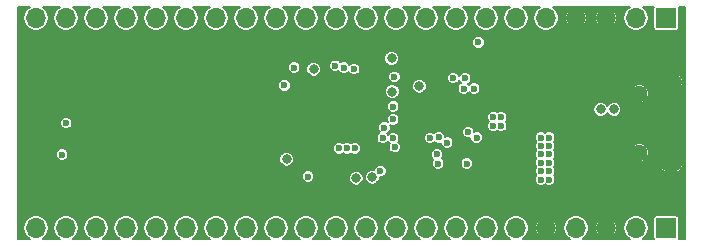
<source format=gbr>
G04 #@! TF.GenerationSoftware,KiCad,Pcbnew,5.0.2-bee76a0~70~ubuntu18.04.1*
G04 #@! TF.CreationDate,2019-01-15T20:31:34+13:00*
G04 #@! TF.ProjectId,pynano-1,70796e61-6e6f-42d3-912e-6b696361645f,rev?*
G04 #@! TF.SameCoordinates,Original*
G04 #@! TF.FileFunction,Copper,L2,Inr*
G04 #@! TF.FilePolarity,Positive*
%FSLAX46Y46*%
G04 Gerber Fmt 4.6, Leading zero omitted, Abs format (unit mm)*
G04 Created by KiCad (PCBNEW 5.0.2-bee76a0~70~ubuntu18.04.1) date Tue 15 Jan 2019 08:31:34 PM NZDT*
%MOMM*%
%LPD*%
G01*
G04 APERTURE LIST*
G04 #@! TA.AperFunction,ViaPad*
%ADD10R,1.700000X1.700000*%
G04 #@! TD*
G04 #@! TA.AperFunction,ViaPad*
%ADD11O,1.700000X1.700000*%
G04 #@! TD*
G04 #@! TA.AperFunction,ViaPad*
%ADD12C,1.450000*%
G04 #@! TD*
G04 #@! TA.AperFunction,ViaPad*
%ADD13O,1.900000X1.200000*%
G04 #@! TD*
G04 #@! TA.AperFunction,ViaPad*
%ADD14C,0.800000*%
G04 #@! TD*
G04 #@! TA.AperFunction,ViaPad*
%ADD15C,0.600000*%
G04 #@! TD*
G04 #@! TA.AperFunction,Conductor*
%ADD16C,0.152400*%
G04 #@! TD*
G04 APERTURE END LIST*
D10*
G04 #@! TO.N,+3V3*
G04 #@! TO.C,J1*
X190500000Y-52070000D03*
D11*
X187960000Y-52070000D03*
G04 #@! TO.N,GND*
X185420000Y-52070000D03*
X182880000Y-52070000D03*
G04 #@! TO.N,/PC8*
X180340000Y-52070000D03*
G04 #@! TO.N,/PC9*
X177800000Y-52070000D03*
G04 #@! TO.N,/PA8*
X175260000Y-52070000D03*
G04 #@! TO.N,/PA10*
X172720000Y-52070000D03*
G04 #@! TO.N,/PA15*
X170180000Y-52070000D03*
G04 #@! TO.N,/PC10*
X167640000Y-52070000D03*
G04 #@! TO.N,/PC11*
X165100000Y-52070000D03*
G04 #@! TO.N,/PC12*
X162560000Y-52070000D03*
G04 #@! TO.N,/PD2*
X160020000Y-52070000D03*
G04 #@! TO.N,/PB3*
X157480000Y-52070000D03*
G04 #@! TO.N,/PB4*
X154940000Y-52070000D03*
G04 #@! TO.N,/PB5*
X152400000Y-52070000D03*
G04 #@! TO.N,/PB6*
X149860000Y-52070000D03*
G04 #@! TO.N,/PB7*
X147320000Y-52070000D03*
G04 #@! TO.N,/BOOT0*
X144780000Y-52070000D03*
G04 #@! TO.N,/PB8*
X142240000Y-52070000D03*
G04 #@! TO.N,/PB9*
X139700000Y-52070000D03*
G04 #@! TO.N,/PC13*
X137160000Y-52070000D03*
G04 #@! TD*
G04 #@! TO.N,/VDDA*
G04 #@! TO.C,J3*
X137160000Y-69850000D03*
G04 #@! TO.N,/PA0*
X139700000Y-69850000D03*
G04 #@! TO.N,/PA1*
X142240000Y-69850000D03*
G04 #@! TO.N,/PA2*
X144780000Y-69850000D03*
G04 #@! TO.N,/PA3*
X147320000Y-69850000D03*
G04 #@! TO.N,/PA4*
X149860000Y-69850000D03*
G04 #@! TO.N,/PA5*
X152400000Y-69850000D03*
G04 #@! TO.N,/PA6*
X154940000Y-69850000D03*
G04 #@! TO.N,/PA7*
X157480000Y-69850000D03*
G04 #@! TO.N,/PC4*
X160020000Y-69850000D03*
G04 #@! TO.N,/PC5*
X162560000Y-69850000D03*
G04 #@! TO.N,/PB0*
X165100000Y-69850000D03*
G04 #@! TO.N,/PB1*
X167640000Y-69850000D03*
G04 #@! TO.N,/PB10*
X170180000Y-69850000D03*
G04 #@! TO.N,/PB11*
X172720000Y-69850000D03*
G04 #@! TO.N,/PC6*
X175260000Y-69850000D03*
G04 #@! TO.N,/PC7*
X177800000Y-69850000D03*
G04 #@! TO.N,GND*
X180340000Y-69850000D03*
G04 #@! TO.N,+3V3*
X182880000Y-69850000D03*
G04 #@! TO.N,GND*
X185420000Y-69850000D03*
G04 #@! TO.N,+5V*
X187960000Y-69850000D03*
D10*
G04 #@! TO.N,VBUS*
X190500000Y-69850000D03*
G04 #@! TD*
D12*
G04 #@! TO.N,GND*
G04 #@! TO.C,J2*
X188224700Y-63460000D03*
X188224700Y-58460000D03*
D13*
X190924700Y-64460000D03*
X190924700Y-57460000D03*
G04 #@! TD*
D14*
G04 #@! TO.N,GND*
X158877000Y-65278000D03*
X158496000Y-61976000D03*
X160393353Y-57303767D03*
X162941000Y-57785000D03*
X163957000Y-57785000D03*
X165569811Y-57443598D03*
D15*
X165735000Y-61722000D03*
X164973000Y-61722000D03*
X166878000Y-63627000D03*
X182626000Y-59817000D03*
X183286400Y-59817000D03*
G04 #@! TO.N,+3V3*
X162814000Y-63093600D03*
X163474400Y-63093600D03*
X164134800Y-63093600D03*
X167487600Y-57048400D03*
X166299000Y-65030500D03*
X160172400Y-65481200D03*
X171094400Y-63601600D03*
X174447200Y-62179200D03*
X175869600Y-61214000D03*
X176530000Y-61214000D03*
X179882800Y-62890400D03*
X179882800Y-63601600D03*
X179882800Y-64312800D03*
X179882800Y-65024000D03*
X180594000Y-62890400D03*
X180594000Y-63601600D03*
X180594000Y-64312800D03*
X180594000Y-65024000D03*
X175869600Y-60452000D03*
X176530000Y-60452000D03*
X180594000Y-62179200D03*
X179882800Y-62179200D03*
X179882800Y-65735200D03*
X180594000Y-65735200D03*
X159004000Y-56261000D03*
X158165800Y-57759600D03*
X174599600Y-54127400D03*
X139344400Y-63627000D03*
G04 #@! TO.N,/nRST*
X139700000Y-60960000D03*
D14*
G04 #@! TO.N,/VCAP_1*
X165608000Y-65532000D03*
G04 #@! TO.N,/VCAP_2*
X167299544Y-58286610D03*
G04 #@! TO.N,/VDDA*
X158369000Y-64008000D03*
G04 #@! TO.N,VBUS*
X184962800Y-59791600D03*
X186080400Y-59791600D03*
G04 #@! TO.N,/BOOT0*
X160655000Y-56388000D03*
G04 #@! TO.N,/BOOT1*
X164243745Y-65617775D03*
G04 #@! TO.N,/SYS_SWDIO*
X169586863Y-57826863D03*
G04 #@! TO.N,/SYS_SWCLK*
X167259962Y-55485189D03*
D15*
G04 #@! TO.N,/PA8*
X173482000Y-57150000D03*
X167383824Y-60634579D03*
G04 #@! TO.N,/SPI2_NSS*
X173609000Y-64389000D03*
G04 #@! TO.N,Net-(R8-Pad2)*
X173736000Y-61722000D03*
G04 #@! TO.N,Net-(R9-Pad2)*
X171196000Y-64389000D03*
G04 #@! TO.N,/SPI2_SCK*
X171958000Y-62611000D03*
G04 #@! TO.N,/SPI2_MISO*
X170492459Y-62218022D03*
G04 #@! TO.N,/SPI2_MOSI*
X171244968Y-62157560D03*
G04 #@! TO.N,/PC6*
X167513037Y-62992220D03*
G04 #@! TO.N,/PC7*
X167386000Y-62250610D03*
G04 #@! TO.N,/PC8*
X166497000Y-62230000D03*
X174244000Y-58039000D03*
G04 #@! TO.N,/PC9*
X173355000Y-58039000D03*
X166644609Y-61342244D03*
G04 #@! TO.N,/PA10*
X167386000Y-59563000D03*
X172466000Y-57150000D03*
G04 #@! TO.N,/PB3*
X164084000Y-56388000D03*
G04 #@! TO.N,/PB4*
X163195000Y-56261000D03*
G04 #@! TO.N,/PB5*
X162458796Y-56105673D03*
G04 #@! TD*
D16*
G04 #@! TO.N,GND*
G36*
X136382373Y-51292373D02*
X136143981Y-51649151D01*
X136060269Y-52070000D01*
X136143981Y-52490849D01*
X136382373Y-52847627D01*
X136739151Y-53086019D01*
X137053767Y-53148600D01*
X137266233Y-53148600D01*
X137580849Y-53086019D01*
X137937627Y-52847627D01*
X138176019Y-52490849D01*
X138259731Y-52070000D01*
X138176019Y-51649151D01*
X137937627Y-51292373D01*
X137692524Y-51128600D01*
X139167476Y-51128600D01*
X138922373Y-51292373D01*
X138683981Y-51649151D01*
X138600269Y-52070000D01*
X138683981Y-52490849D01*
X138922373Y-52847627D01*
X139279151Y-53086019D01*
X139593767Y-53148600D01*
X139806233Y-53148600D01*
X140120849Y-53086019D01*
X140477627Y-52847627D01*
X140716019Y-52490849D01*
X140799731Y-52070000D01*
X140716019Y-51649151D01*
X140477627Y-51292373D01*
X140232524Y-51128600D01*
X141707476Y-51128600D01*
X141462373Y-51292373D01*
X141223981Y-51649151D01*
X141140269Y-52070000D01*
X141223981Y-52490849D01*
X141462373Y-52847627D01*
X141819151Y-53086019D01*
X142133767Y-53148600D01*
X142346233Y-53148600D01*
X142660849Y-53086019D01*
X143017627Y-52847627D01*
X143256019Y-52490849D01*
X143339731Y-52070000D01*
X143256019Y-51649151D01*
X143017627Y-51292373D01*
X142772524Y-51128600D01*
X144247476Y-51128600D01*
X144002373Y-51292373D01*
X143763981Y-51649151D01*
X143680269Y-52070000D01*
X143763981Y-52490849D01*
X144002373Y-52847627D01*
X144359151Y-53086019D01*
X144673767Y-53148600D01*
X144886233Y-53148600D01*
X145200849Y-53086019D01*
X145557627Y-52847627D01*
X145796019Y-52490849D01*
X145879731Y-52070000D01*
X145796019Y-51649151D01*
X145557627Y-51292373D01*
X145312524Y-51128600D01*
X146787476Y-51128600D01*
X146542373Y-51292373D01*
X146303981Y-51649151D01*
X146220269Y-52070000D01*
X146303981Y-52490849D01*
X146542373Y-52847627D01*
X146899151Y-53086019D01*
X147213767Y-53148600D01*
X147426233Y-53148600D01*
X147740849Y-53086019D01*
X148097627Y-52847627D01*
X148336019Y-52490849D01*
X148419731Y-52070000D01*
X148336019Y-51649151D01*
X148097627Y-51292373D01*
X147852524Y-51128600D01*
X149327476Y-51128600D01*
X149082373Y-51292373D01*
X148843981Y-51649151D01*
X148760269Y-52070000D01*
X148843981Y-52490849D01*
X149082373Y-52847627D01*
X149439151Y-53086019D01*
X149753767Y-53148600D01*
X149966233Y-53148600D01*
X150280849Y-53086019D01*
X150637627Y-52847627D01*
X150876019Y-52490849D01*
X150959731Y-52070000D01*
X150876019Y-51649151D01*
X150637627Y-51292373D01*
X150392524Y-51128600D01*
X151867476Y-51128600D01*
X151622373Y-51292373D01*
X151383981Y-51649151D01*
X151300269Y-52070000D01*
X151383981Y-52490849D01*
X151622373Y-52847627D01*
X151979151Y-53086019D01*
X152293767Y-53148600D01*
X152506233Y-53148600D01*
X152820849Y-53086019D01*
X153177627Y-52847627D01*
X153416019Y-52490849D01*
X153499731Y-52070000D01*
X153416019Y-51649151D01*
X153177627Y-51292373D01*
X152932524Y-51128600D01*
X154407476Y-51128600D01*
X154162373Y-51292373D01*
X153923981Y-51649151D01*
X153840269Y-52070000D01*
X153923981Y-52490849D01*
X154162373Y-52847627D01*
X154519151Y-53086019D01*
X154833767Y-53148600D01*
X155046233Y-53148600D01*
X155360849Y-53086019D01*
X155717627Y-52847627D01*
X155956019Y-52490849D01*
X156039731Y-52070000D01*
X155956019Y-51649151D01*
X155717627Y-51292373D01*
X155472524Y-51128600D01*
X156947476Y-51128600D01*
X156702373Y-51292373D01*
X156463981Y-51649151D01*
X156380269Y-52070000D01*
X156463981Y-52490849D01*
X156702373Y-52847627D01*
X157059151Y-53086019D01*
X157373767Y-53148600D01*
X157586233Y-53148600D01*
X157900849Y-53086019D01*
X158257627Y-52847627D01*
X158496019Y-52490849D01*
X158579731Y-52070000D01*
X158496019Y-51649151D01*
X158257627Y-51292373D01*
X158012524Y-51128600D01*
X159487476Y-51128600D01*
X159242373Y-51292373D01*
X159003981Y-51649151D01*
X158920269Y-52070000D01*
X159003981Y-52490849D01*
X159242373Y-52847627D01*
X159599151Y-53086019D01*
X159913767Y-53148600D01*
X160126233Y-53148600D01*
X160440849Y-53086019D01*
X160797627Y-52847627D01*
X161036019Y-52490849D01*
X161119731Y-52070000D01*
X161036019Y-51649151D01*
X160797627Y-51292373D01*
X160552524Y-51128600D01*
X162027476Y-51128600D01*
X161782373Y-51292373D01*
X161543981Y-51649151D01*
X161460269Y-52070000D01*
X161543981Y-52490849D01*
X161782373Y-52847627D01*
X162139151Y-53086019D01*
X162453767Y-53148600D01*
X162666233Y-53148600D01*
X162980849Y-53086019D01*
X163337627Y-52847627D01*
X163576019Y-52490849D01*
X163659731Y-52070000D01*
X163576019Y-51649151D01*
X163337627Y-51292373D01*
X163092524Y-51128600D01*
X164567476Y-51128600D01*
X164322373Y-51292373D01*
X164083981Y-51649151D01*
X164000269Y-52070000D01*
X164083981Y-52490849D01*
X164322373Y-52847627D01*
X164679151Y-53086019D01*
X164993767Y-53148600D01*
X165206233Y-53148600D01*
X165520849Y-53086019D01*
X165877627Y-52847627D01*
X166116019Y-52490849D01*
X166199731Y-52070000D01*
X166116019Y-51649151D01*
X165877627Y-51292373D01*
X165632524Y-51128600D01*
X167107476Y-51128600D01*
X166862373Y-51292373D01*
X166623981Y-51649151D01*
X166540269Y-52070000D01*
X166623981Y-52490849D01*
X166862373Y-52847627D01*
X167219151Y-53086019D01*
X167533767Y-53148600D01*
X167746233Y-53148600D01*
X168060849Y-53086019D01*
X168417627Y-52847627D01*
X168656019Y-52490849D01*
X168739731Y-52070000D01*
X168656019Y-51649151D01*
X168417627Y-51292373D01*
X168172524Y-51128600D01*
X169647476Y-51128600D01*
X169402373Y-51292373D01*
X169163981Y-51649151D01*
X169080269Y-52070000D01*
X169163981Y-52490849D01*
X169402373Y-52847627D01*
X169759151Y-53086019D01*
X170073767Y-53148600D01*
X170286233Y-53148600D01*
X170600849Y-53086019D01*
X170957627Y-52847627D01*
X171196019Y-52490849D01*
X171279731Y-52070000D01*
X171196019Y-51649151D01*
X170957627Y-51292373D01*
X170712524Y-51128600D01*
X172187476Y-51128600D01*
X171942373Y-51292373D01*
X171703981Y-51649151D01*
X171620269Y-52070000D01*
X171703981Y-52490849D01*
X171942373Y-52847627D01*
X172299151Y-53086019D01*
X172613767Y-53148600D01*
X172826233Y-53148600D01*
X173140849Y-53086019D01*
X173497627Y-52847627D01*
X173736019Y-52490849D01*
X173819731Y-52070000D01*
X173736019Y-51649151D01*
X173497627Y-51292373D01*
X173252524Y-51128600D01*
X174727476Y-51128600D01*
X174482373Y-51292373D01*
X174243981Y-51649151D01*
X174160269Y-52070000D01*
X174243981Y-52490849D01*
X174482373Y-52847627D01*
X174839151Y-53086019D01*
X175153767Y-53148600D01*
X175366233Y-53148600D01*
X175680849Y-53086019D01*
X176037627Y-52847627D01*
X176276019Y-52490849D01*
X176359731Y-52070000D01*
X176276019Y-51649151D01*
X176037627Y-51292373D01*
X175792524Y-51128600D01*
X177267476Y-51128600D01*
X177022373Y-51292373D01*
X176783981Y-51649151D01*
X176700269Y-52070000D01*
X176783981Y-52490849D01*
X177022373Y-52847627D01*
X177379151Y-53086019D01*
X177693767Y-53148600D01*
X177906233Y-53148600D01*
X178220849Y-53086019D01*
X178577627Y-52847627D01*
X178816019Y-52490849D01*
X178899731Y-52070000D01*
X178816019Y-51649151D01*
X178577627Y-51292373D01*
X178332524Y-51128600D01*
X179807476Y-51128600D01*
X179562373Y-51292373D01*
X179323981Y-51649151D01*
X179240269Y-52070000D01*
X179323981Y-52490849D01*
X179562373Y-52847627D01*
X179919151Y-53086019D01*
X180233767Y-53148600D01*
X180446233Y-53148600D01*
X180760849Y-53086019D01*
X181117627Y-52847627D01*
X181356019Y-52490849D01*
X181405931Y-52239923D01*
X181969517Y-52239923D01*
X182103850Y-52575415D01*
X182356345Y-52833962D01*
X182688561Y-52976203D01*
X182710078Y-52980480D01*
X182854600Y-52976794D01*
X182854600Y-52095400D01*
X182905400Y-52095400D01*
X182905400Y-52976794D01*
X183049922Y-52980480D01*
X183071439Y-52976203D01*
X183403655Y-52833962D01*
X183656150Y-52575415D01*
X183790483Y-52239923D01*
X184509517Y-52239923D01*
X184643850Y-52575415D01*
X184896345Y-52833962D01*
X185228561Y-52976203D01*
X185250078Y-52980480D01*
X185394600Y-52976794D01*
X185394600Y-52095400D01*
X185445400Y-52095400D01*
X185445400Y-52976794D01*
X185589922Y-52980480D01*
X185611439Y-52976203D01*
X185943655Y-52833962D01*
X186196150Y-52575415D01*
X186330483Y-52239923D01*
X186326805Y-52095400D01*
X185445400Y-52095400D01*
X185394600Y-52095400D01*
X184513195Y-52095400D01*
X184509517Y-52239923D01*
X183790483Y-52239923D01*
X183786805Y-52095400D01*
X182905400Y-52095400D01*
X182854600Y-52095400D01*
X181973195Y-52095400D01*
X181969517Y-52239923D01*
X181405931Y-52239923D01*
X181439731Y-52070000D01*
X181405932Y-51900077D01*
X181969517Y-51900077D01*
X181973195Y-52044600D01*
X182854600Y-52044600D01*
X182854600Y-51163206D01*
X182905400Y-51163206D01*
X182905400Y-52044600D01*
X183786805Y-52044600D01*
X183790483Y-51900077D01*
X184509517Y-51900077D01*
X184513195Y-52044600D01*
X185394600Y-52044600D01*
X185394600Y-51163206D01*
X185445400Y-51163206D01*
X185445400Y-52044600D01*
X186326805Y-52044600D01*
X186330483Y-51900077D01*
X186196150Y-51564585D01*
X185943655Y-51306038D01*
X185611439Y-51163797D01*
X185589922Y-51159520D01*
X185445400Y-51163206D01*
X185394600Y-51163206D01*
X185250078Y-51159520D01*
X185228561Y-51163797D01*
X184896345Y-51306038D01*
X184643850Y-51564585D01*
X184509517Y-51900077D01*
X183790483Y-51900077D01*
X183656150Y-51564585D01*
X183403655Y-51306038D01*
X183071439Y-51163797D01*
X183049922Y-51159520D01*
X182905400Y-51163206D01*
X182854600Y-51163206D01*
X182710078Y-51159520D01*
X182688561Y-51163797D01*
X182356345Y-51306038D01*
X182103850Y-51564585D01*
X181969517Y-51900077D01*
X181405932Y-51900077D01*
X181356019Y-51649151D01*
X181117627Y-51292373D01*
X180872524Y-51128600D01*
X187427476Y-51128600D01*
X187182373Y-51292373D01*
X186943981Y-51649151D01*
X186860269Y-52070000D01*
X186943981Y-52490849D01*
X187182373Y-52847627D01*
X187539151Y-53086019D01*
X187853767Y-53148600D01*
X188066233Y-53148600D01*
X188380849Y-53086019D01*
X188737627Y-52847627D01*
X188976019Y-52490849D01*
X189059731Y-52070000D01*
X188976019Y-51649151D01*
X188737627Y-51292373D01*
X188492524Y-51128600D01*
X189436137Y-51128600D01*
X189434664Y-51130805D01*
X189416922Y-51220000D01*
X189416922Y-52920000D01*
X189434664Y-53009195D01*
X189485189Y-53084811D01*
X189560805Y-53135336D01*
X189650000Y-53153078D01*
X191350000Y-53153078D01*
X191439195Y-53135336D01*
X191514811Y-53084811D01*
X191565336Y-53009195D01*
X191583078Y-52920000D01*
X191583078Y-51220000D01*
X191565336Y-51130805D01*
X191563863Y-51128600D01*
X192076401Y-51128600D01*
X192076400Y-70791400D01*
X191563863Y-70791400D01*
X191565336Y-70789195D01*
X191583078Y-70700000D01*
X191583078Y-69000000D01*
X191565336Y-68910805D01*
X191514811Y-68835189D01*
X191439195Y-68784664D01*
X191350000Y-68766922D01*
X189650000Y-68766922D01*
X189560805Y-68784664D01*
X189485189Y-68835189D01*
X189434664Y-68910805D01*
X189416922Y-69000000D01*
X189416922Y-70700000D01*
X189434664Y-70789195D01*
X189436137Y-70791400D01*
X188492524Y-70791400D01*
X188737627Y-70627627D01*
X188976019Y-70270849D01*
X189059731Y-69850000D01*
X188976019Y-69429151D01*
X188737627Y-69072373D01*
X188380849Y-68833981D01*
X188066233Y-68771400D01*
X187853767Y-68771400D01*
X187539151Y-68833981D01*
X187182373Y-69072373D01*
X186943981Y-69429151D01*
X186860269Y-69850000D01*
X186943981Y-70270849D01*
X187182373Y-70627627D01*
X187427476Y-70791400D01*
X183412524Y-70791400D01*
X183657627Y-70627627D01*
X183896019Y-70270849D01*
X183945931Y-70019923D01*
X184509517Y-70019923D01*
X184643850Y-70355415D01*
X184896345Y-70613962D01*
X185228561Y-70756203D01*
X185250078Y-70760480D01*
X185394600Y-70756794D01*
X185394600Y-69875400D01*
X185445400Y-69875400D01*
X185445400Y-70756794D01*
X185589922Y-70760480D01*
X185611439Y-70756203D01*
X185943655Y-70613962D01*
X186196150Y-70355415D01*
X186330483Y-70019923D01*
X186326805Y-69875400D01*
X185445400Y-69875400D01*
X185394600Y-69875400D01*
X184513195Y-69875400D01*
X184509517Y-70019923D01*
X183945931Y-70019923D01*
X183979731Y-69850000D01*
X183945932Y-69680077D01*
X184509517Y-69680077D01*
X184513195Y-69824600D01*
X185394600Y-69824600D01*
X185394600Y-68943206D01*
X185445400Y-68943206D01*
X185445400Y-69824600D01*
X186326805Y-69824600D01*
X186330483Y-69680077D01*
X186196150Y-69344585D01*
X185943655Y-69086038D01*
X185611439Y-68943797D01*
X185589922Y-68939520D01*
X185445400Y-68943206D01*
X185394600Y-68943206D01*
X185250078Y-68939520D01*
X185228561Y-68943797D01*
X184896345Y-69086038D01*
X184643850Y-69344585D01*
X184509517Y-69680077D01*
X183945932Y-69680077D01*
X183896019Y-69429151D01*
X183657627Y-69072373D01*
X183300849Y-68833981D01*
X182986233Y-68771400D01*
X182773767Y-68771400D01*
X182459151Y-68833981D01*
X182102373Y-69072373D01*
X181863981Y-69429151D01*
X181780269Y-69850000D01*
X181863981Y-70270849D01*
X182102373Y-70627627D01*
X182347476Y-70791400D01*
X178332524Y-70791400D01*
X178577627Y-70627627D01*
X178816019Y-70270849D01*
X178865931Y-70019923D01*
X179429517Y-70019923D01*
X179563850Y-70355415D01*
X179816345Y-70613962D01*
X180148561Y-70756203D01*
X180170078Y-70760480D01*
X180314600Y-70756794D01*
X180314600Y-69875400D01*
X180365400Y-69875400D01*
X180365400Y-70756794D01*
X180509922Y-70760480D01*
X180531439Y-70756203D01*
X180863655Y-70613962D01*
X181116150Y-70355415D01*
X181250483Y-70019923D01*
X181246805Y-69875400D01*
X180365400Y-69875400D01*
X180314600Y-69875400D01*
X179433195Y-69875400D01*
X179429517Y-70019923D01*
X178865931Y-70019923D01*
X178899731Y-69850000D01*
X178865932Y-69680077D01*
X179429517Y-69680077D01*
X179433195Y-69824600D01*
X180314600Y-69824600D01*
X180314600Y-68943206D01*
X180365400Y-68943206D01*
X180365400Y-69824600D01*
X181246805Y-69824600D01*
X181250483Y-69680077D01*
X181116150Y-69344585D01*
X180863655Y-69086038D01*
X180531439Y-68943797D01*
X180509922Y-68939520D01*
X180365400Y-68943206D01*
X180314600Y-68943206D01*
X180170078Y-68939520D01*
X180148561Y-68943797D01*
X179816345Y-69086038D01*
X179563850Y-69344585D01*
X179429517Y-69680077D01*
X178865932Y-69680077D01*
X178816019Y-69429151D01*
X178577627Y-69072373D01*
X178220849Y-68833981D01*
X177906233Y-68771400D01*
X177693767Y-68771400D01*
X177379151Y-68833981D01*
X177022373Y-69072373D01*
X176783981Y-69429151D01*
X176700269Y-69850000D01*
X176783981Y-70270849D01*
X177022373Y-70627627D01*
X177267476Y-70791400D01*
X175792524Y-70791400D01*
X176037627Y-70627627D01*
X176276019Y-70270849D01*
X176359731Y-69850000D01*
X176276019Y-69429151D01*
X176037627Y-69072373D01*
X175680849Y-68833981D01*
X175366233Y-68771400D01*
X175153767Y-68771400D01*
X174839151Y-68833981D01*
X174482373Y-69072373D01*
X174243981Y-69429151D01*
X174160269Y-69850000D01*
X174243981Y-70270849D01*
X174482373Y-70627627D01*
X174727476Y-70791400D01*
X173252524Y-70791400D01*
X173497627Y-70627627D01*
X173736019Y-70270849D01*
X173819731Y-69850000D01*
X173736019Y-69429151D01*
X173497627Y-69072373D01*
X173140849Y-68833981D01*
X172826233Y-68771400D01*
X172613767Y-68771400D01*
X172299151Y-68833981D01*
X171942373Y-69072373D01*
X171703981Y-69429151D01*
X171620269Y-69850000D01*
X171703981Y-70270849D01*
X171942373Y-70627627D01*
X172187476Y-70791400D01*
X170712524Y-70791400D01*
X170957627Y-70627627D01*
X171196019Y-70270849D01*
X171279731Y-69850000D01*
X171196019Y-69429151D01*
X170957627Y-69072373D01*
X170600849Y-68833981D01*
X170286233Y-68771400D01*
X170073767Y-68771400D01*
X169759151Y-68833981D01*
X169402373Y-69072373D01*
X169163981Y-69429151D01*
X169080269Y-69850000D01*
X169163981Y-70270849D01*
X169402373Y-70627627D01*
X169647476Y-70791400D01*
X168172524Y-70791400D01*
X168417627Y-70627627D01*
X168656019Y-70270849D01*
X168739731Y-69850000D01*
X168656019Y-69429151D01*
X168417627Y-69072373D01*
X168060849Y-68833981D01*
X167746233Y-68771400D01*
X167533767Y-68771400D01*
X167219151Y-68833981D01*
X166862373Y-69072373D01*
X166623981Y-69429151D01*
X166540269Y-69850000D01*
X166623981Y-70270849D01*
X166862373Y-70627627D01*
X167107476Y-70791400D01*
X165632524Y-70791400D01*
X165877627Y-70627627D01*
X166116019Y-70270849D01*
X166199731Y-69850000D01*
X166116019Y-69429151D01*
X165877627Y-69072373D01*
X165520849Y-68833981D01*
X165206233Y-68771400D01*
X164993767Y-68771400D01*
X164679151Y-68833981D01*
X164322373Y-69072373D01*
X164083981Y-69429151D01*
X164000269Y-69850000D01*
X164083981Y-70270849D01*
X164322373Y-70627627D01*
X164567476Y-70791400D01*
X163092524Y-70791400D01*
X163337627Y-70627627D01*
X163576019Y-70270849D01*
X163659731Y-69850000D01*
X163576019Y-69429151D01*
X163337627Y-69072373D01*
X162980849Y-68833981D01*
X162666233Y-68771400D01*
X162453767Y-68771400D01*
X162139151Y-68833981D01*
X161782373Y-69072373D01*
X161543981Y-69429151D01*
X161460269Y-69850000D01*
X161543981Y-70270849D01*
X161782373Y-70627627D01*
X162027476Y-70791400D01*
X160552524Y-70791400D01*
X160797627Y-70627627D01*
X161036019Y-70270849D01*
X161119731Y-69850000D01*
X161036019Y-69429151D01*
X160797627Y-69072373D01*
X160440849Y-68833981D01*
X160126233Y-68771400D01*
X159913767Y-68771400D01*
X159599151Y-68833981D01*
X159242373Y-69072373D01*
X159003981Y-69429151D01*
X158920269Y-69850000D01*
X159003981Y-70270849D01*
X159242373Y-70627627D01*
X159487476Y-70791400D01*
X158012524Y-70791400D01*
X158257627Y-70627627D01*
X158496019Y-70270849D01*
X158579731Y-69850000D01*
X158496019Y-69429151D01*
X158257627Y-69072373D01*
X157900849Y-68833981D01*
X157586233Y-68771400D01*
X157373767Y-68771400D01*
X157059151Y-68833981D01*
X156702373Y-69072373D01*
X156463981Y-69429151D01*
X156380269Y-69850000D01*
X156463981Y-70270849D01*
X156702373Y-70627627D01*
X156947476Y-70791400D01*
X155472524Y-70791400D01*
X155717627Y-70627627D01*
X155956019Y-70270849D01*
X156039731Y-69850000D01*
X155956019Y-69429151D01*
X155717627Y-69072373D01*
X155360849Y-68833981D01*
X155046233Y-68771400D01*
X154833767Y-68771400D01*
X154519151Y-68833981D01*
X154162373Y-69072373D01*
X153923981Y-69429151D01*
X153840269Y-69850000D01*
X153923981Y-70270849D01*
X154162373Y-70627627D01*
X154407476Y-70791400D01*
X152932524Y-70791400D01*
X153177627Y-70627627D01*
X153416019Y-70270849D01*
X153499731Y-69850000D01*
X153416019Y-69429151D01*
X153177627Y-69072373D01*
X152820849Y-68833981D01*
X152506233Y-68771400D01*
X152293767Y-68771400D01*
X151979151Y-68833981D01*
X151622373Y-69072373D01*
X151383981Y-69429151D01*
X151300269Y-69850000D01*
X151383981Y-70270849D01*
X151622373Y-70627627D01*
X151867476Y-70791400D01*
X150392524Y-70791400D01*
X150637627Y-70627627D01*
X150876019Y-70270849D01*
X150959731Y-69850000D01*
X150876019Y-69429151D01*
X150637627Y-69072373D01*
X150280849Y-68833981D01*
X149966233Y-68771400D01*
X149753767Y-68771400D01*
X149439151Y-68833981D01*
X149082373Y-69072373D01*
X148843981Y-69429151D01*
X148760269Y-69850000D01*
X148843981Y-70270849D01*
X149082373Y-70627627D01*
X149327476Y-70791400D01*
X147852524Y-70791400D01*
X148097627Y-70627627D01*
X148336019Y-70270849D01*
X148419731Y-69850000D01*
X148336019Y-69429151D01*
X148097627Y-69072373D01*
X147740849Y-68833981D01*
X147426233Y-68771400D01*
X147213767Y-68771400D01*
X146899151Y-68833981D01*
X146542373Y-69072373D01*
X146303981Y-69429151D01*
X146220269Y-69850000D01*
X146303981Y-70270849D01*
X146542373Y-70627627D01*
X146787476Y-70791400D01*
X145312524Y-70791400D01*
X145557627Y-70627627D01*
X145796019Y-70270849D01*
X145879731Y-69850000D01*
X145796019Y-69429151D01*
X145557627Y-69072373D01*
X145200849Y-68833981D01*
X144886233Y-68771400D01*
X144673767Y-68771400D01*
X144359151Y-68833981D01*
X144002373Y-69072373D01*
X143763981Y-69429151D01*
X143680269Y-69850000D01*
X143763981Y-70270849D01*
X144002373Y-70627627D01*
X144247476Y-70791400D01*
X142772524Y-70791400D01*
X143017627Y-70627627D01*
X143256019Y-70270849D01*
X143339731Y-69850000D01*
X143256019Y-69429151D01*
X143017627Y-69072373D01*
X142660849Y-68833981D01*
X142346233Y-68771400D01*
X142133767Y-68771400D01*
X141819151Y-68833981D01*
X141462373Y-69072373D01*
X141223981Y-69429151D01*
X141140269Y-69850000D01*
X141223981Y-70270849D01*
X141462373Y-70627627D01*
X141707476Y-70791400D01*
X140232524Y-70791400D01*
X140477627Y-70627627D01*
X140716019Y-70270849D01*
X140799731Y-69850000D01*
X140716019Y-69429151D01*
X140477627Y-69072373D01*
X140120849Y-68833981D01*
X139806233Y-68771400D01*
X139593767Y-68771400D01*
X139279151Y-68833981D01*
X138922373Y-69072373D01*
X138683981Y-69429151D01*
X138600269Y-69850000D01*
X138683981Y-70270849D01*
X138922373Y-70627627D01*
X139167476Y-70791400D01*
X137692524Y-70791400D01*
X137937627Y-70627627D01*
X138176019Y-70270849D01*
X138259731Y-69850000D01*
X138176019Y-69429151D01*
X137937627Y-69072373D01*
X137580849Y-68833981D01*
X137266233Y-68771400D01*
X137053767Y-68771400D01*
X136739151Y-68833981D01*
X136382373Y-69072373D01*
X136143981Y-69429151D01*
X136060269Y-69850000D01*
X136143981Y-70270849D01*
X136382373Y-70627627D01*
X136627476Y-70791400D01*
X135583600Y-70791400D01*
X135583600Y-65376055D01*
X159643800Y-65376055D01*
X159643800Y-65586345D01*
X159724274Y-65780628D01*
X159872972Y-65929326D01*
X160067255Y-66009800D01*
X160277545Y-66009800D01*
X160471828Y-65929326D01*
X160620526Y-65780628D01*
X160701000Y-65586345D01*
X160701000Y-65492739D01*
X163615145Y-65492739D01*
X163615145Y-65742811D01*
X163710844Y-65973848D01*
X163887672Y-66150676D01*
X164118709Y-66246375D01*
X164368781Y-66246375D01*
X164599818Y-66150676D01*
X164776646Y-65973848D01*
X164872345Y-65742811D01*
X164872345Y-65492739D01*
X164836816Y-65406964D01*
X164979400Y-65406964D01*
X164979400Y-65657036D01*
X165075099Y-65888073D01*
X165251927Y-66064901D01*
X165482964Y-66160600D01*
X165733036Y-66160600D01*
X165964073Y-66064901D01*
X166140901Y-65888073D01*
X166236600Y-65657036D01*
X166236600Y-65559100D01*
X166404145Y-65559100D01*
X166598428Y-65478626D01*
X166747126Y-65329928D01*
X166827600Y-65135645D01*
X166827600Y-64925355D01*
X166747126Y-64731072D01*
X166598428Y-64582374D01*
X166404145Y-64501900D01*
X166193855Y-64501900D01*
X165999572Y-64582374D01*
X165850874Y-64731072D01*
X165772690Y-64919825D01*
X165733036Y-64903400D01*
X165482964Y-64903400D01*
X165251927Y-64999099D01*
X165075099Y-65175927D01*
X164979400Y-65406964D01*
X164836816Y-65406964D01*
X164776646Y-65261702D01*
X164599818Y-65084874D01*
X164368781Y-64989175D01*
X164118709Y-64989175D01*
X163887672Y-65084874D01*
X163710844Y-65261702D01*
X163615145Y-65492739D01*
X160701000Y-65492739D01*
X160701000Y-65376055D01*
X160620526Y-65181772D01*
X160471828Y-65033074D01*
X160277545Y-64952600D01*
X160067255Y-64952600D01*
X159872972Y-65033074D01*
X159724274Y-65181772D01*
X159643800Y-65376055D01*
X135583600Y-65376055D01*
X135583600Y-63521855D01*
X138815800Y-63521855D01*
X138815800Y-63732145D01*
X138896274Y-63926428D01*
X139044972Y-64075126D01*
X139239255Y-64155600D01*
X139449545Y-64155600D01*
X139643828Y-64075126D01*
X139792526Y-63926428D01*
X139810529Y-63882964D01*
X157740400Y-63882964D01*
X157740400Y-64133036D01*
X157836099Y-64364073D01*
X158012927Y-64540901D01*
X158243964Y-64636600D01*
X158494036Y-64636600D01*
X158725073Y-64540901D01*
X158901901Y-64364073D01*
X158997600Y-64133036D01*
X158997600Y-63882964D01*
X158901901Y-63651927D01*
X158725073Y-63475099D01*
X158494036Y-63379400D01*
X158243964Y-63379400D01*
X158012927Y-63475099D01*
X157836099Y-63651927D01*
X157740400Y-63882964D01*
X139810529Y-63882964D01*
X139873000Y-63732145D01*
X139873000Y-63521855D01*
X139792526Y-63327572D01*
X139643828Y-63178874D01*
X139449545Y-63098400D01*
X139239255Y-63098400D01*
X139044972Y-63178874D01*
X138896274Y-63327572D01*
X138815800Y-63521855D01*
X135583600Y-63521855D01*
X135583600Y-62988455D01*
X162285400Y-62988455D01*
X162285400Y-63198745D01*
X162365874Y-63393028D01*
X162514572Y-63541726D01*
X162708855Y-63622200D01*
X162919145Y-63622200D01*
X163113428Y-63541726D01*
X163144200Y-63510954D01*
X163174972Y-63541726D01*
X163369255Y-63622200D01*
X163579545Y-63622200D01*
X163773828Y-63541726D01*
X163804600Y-63510954D01*
X163835372Y-63541726D01*
X164029655Y-63622200D01*
X164239945Y-63622200D01*
X164434228Y-63541726D01*
X164582926Y-63393028D01*
X164663400Y-63198745D01*
X164663400Y-62988455D01*
X164582926Y-62794172D01*
X164434228Y-62645474D01*
X164239945Y-62565000D01*
X164029655Y-62565000D01*
X163835372Y-62645474D01*
X163804600Y-62676246D01*
X163773828Y-62645474D01*
X163579545Y-62565000D01*
X163369255Y-62565000D01*
X163174972Y-62645474D01*
X163144200Y-62676246D01*
X163113428Y-62645474D01*
X162919145Y-62565000D01*
X162708855Y-62565000D01*
X162514572Y-62645474D01*
X162365874Y-62794172D01*
X162285400Y-62988455D01*
X135583600Y-62988455D01*
X135583600Y-62124855D01*
X165968400Y-62124855D01*
X165968400Y-62335145D01*
X166048874Y-62529428D01*
X166197572Y-62678126D01*
X166391855Y-62758600D01*
X166602145Y-62758600D01*
X166796428Y-62678126D01*
X166933962Y-62540592D01*
X166937874Y-62550038D01*
X167072770Y-62684934D01*
X167064911Y-62692792D01*
X166984437Y-62887075D01*
X166984437Y-63097365D01*
X167064911Y-63291648D01*
X167213609Y-63440346D01*
X167407892Y-63520820D01*
X167618182Y-63520820D01*
X167677004Y-63496455D01*
X170565800Y-63496455D01*
X170565800Y-63706745D01*
X170646274Y-63901028D01*
X170791346Y-64046100D01*
X170747874Y-64089572D01*
X170667400Y-64283855D01*
X170667400Y-64494145D01*
X170747874Y-64688428D01*
X170896572Y-64837126D01*
X171090855Y-64917600D01*
X171301145Y-64917600D01*
X171495428Y-64837126D01*
X171644126Y-64688428D01*
X171724600Y-64494145D01*
X171724600Y-64283855D01*
X173080400Y-64283855D01*
X173080400Y-64494145D01*
X173160874Y-64688428D01*
X173309572Y-64837126D01*
X173503855Y-64917600D01*
X173714145Y-64917600D01*
X173908428Y-64837126D01*
X174057126Y-64688428D01*
X174137600Y-64494145D01*
X174137600Y-64283855D01*
X174057126Y-64089572D01*
X173908428Y-63940874D01*
X173714145Y-63860400D01*
X173503855Y-63860400D01*
X173309572Y-63940874D01*
X173160874Y-64089572D01*
X173080400Y-64283855D01*
X171724600Y-64283855D01*
X171644126Y-64089572D01*
X171499054Y-63944500D01*
X171542526Y-63901028D01*
X171623000Y-63706745D01*
X171623000Y-63496455D01*
X171542526Y-63302172D01*
X171393828Y-63153474D01*
X171199545Y-63073000D01*
X170989255Y-63073000D01*
X170794972Y-63153474D01*
X170646274Y-63302172D01*
X170565800Y-63496455D01*
X167677004Y-63496455D01*
X167812465Y-63440346D01*
X167961163Y-63291648D01*
X168041637Y-63097365D01*
X168041637Y-62887075D01*
X167961163Y-62692792D01*
X167826268Y-62557897D01*
X167834126Y-62550038D01*
X167914600Y-62355755D01*
X167914600Y-62145465D01*
X167901102Y-62112877D01*
X169963859Y-62112877D01*
X169963859Y-62323167D01*
X170044333Y-62517450D01*
X170193031Y-62666148D01*
X170387314Y-62746622D01*
X170597604Y-62746622D01*
X170791887Y-62666148D01*
X170898945Y-62559091D01*
X170945540Y-62605686D01*
X171139823Y-62686160D01*
X171350113Y-62686160D01*
X171429400Y-62653319D01*
X171429400Y-62716145D01*
X171509874Y-62910428D01*
X171658572Y-63059126D01*
X171852855Y-63139600D01*
X172063145Y-63139600D01*
X172257428Y-63059126D01*
X172406126Y-62910428D01*
X172486600Y-62716145D01*
X172486600Y-62505855D01*
X172406126Y-62311572D01*
X172257428Y-62162874D01*
X172063145Y-62082400D01*
X171852855Y-62082400D01*
X171773568Y-62115241D01*
X171773568Y-62052415D01*
X171693094Y-61858132D01*
X171544396Y-61709434D01*
X171350113Y-61628960D01*
X171139823Y-61628960D01*
X170945540Y-61709434D01*
X170838483Y-61816492D01*
X170791887Y-61769896D01*
X170597604Y-61689422D01*
X170387314Y-61689422D01*
X170193031Y-61769896D01*
X170044333Y-61918594D01*
X169963859Y-62112877D01*
X167901102Y-62112877D01*
X167834126Y-61951182D01*
X167685428Y-61802484D01*
X167491145Y-61722010D01*
X167280855Y-61722010D01*
X167086572Y-61802484D01*
X166949038Y-61940018D01*
X166945126Y-61930572D01*
X166845669Y-61831115D01*
X166944037Y-61790370D01*
X167092735Y-61641672D01*
X167103014Y-61616855D01*
X173207400Y-61616855D01*
X173207400Y-61827145D01*
X173287874Y-62021428D01*
X173436572Y-62170126D01*
X173630855Y-62250600D01*
X173841145Y-62250600D01*
X173918600Y-62218517D01*
X173918600Y-62284345D01*
X173999074Y-62478628D01*
X174147772Y-62627326D01*
X174342055Y-62707800D01*
X174552345Y-62707800D01*
X174746628Y-62627326D01*
X174895326Y-62478628D01*
X174975800Y-62284345D01*
X174975800Y-62074055D01*
X179354200Y-62074055D01*
X179354200Y-62284345D01*
X179434674Y-62478628D01*
X179490846Y-62534800D01*
X179434674Y-62590972D01*
X179354200Y-62785255D01*
X179354200Y-62995545D01*
X179434674Y-63189828D01*
X179490846Y-63246000D01*
X179434674Y-63302172D01*
X179354200Y-63496455D01*
X179354200Y-63706745D01*
X179434674Y-63901028D01*
X179490846Y-63957200D01*
X179434674Y-64013372D01*
X179354200Y-64207655D01*
X179354200Y-64417945D01*
X179434674Y-64612228D01*
X179490846Y-64668400D01*
X179434674Y-64724572D01*
X179354200Y-64918855D01*
X179354200Y-65129145D01*
X179434674Y-65323428D01*
X179490846Y-65379600D01*
X179434674Y-65435772D01*
X179354200Y-65630055D01*
X179354200Y-65840345D01*
X179434674Y-66034628D01*
X179583372Y-66183326D01*
X179777655Y-66263800D01*
X179987945Y-66263800D01*
X180182228Y-66183326D01*
X180238400Y-66127154D01*
X180294572Y-66183326D01*
X180488855Y-66263800D01*
X180699145Y-66263800D01*
X180893428Y-66183326D01*
X181042126Y-66034628D01*
X181122600Y-65840345D01*
X181122600Y-65630055D01*
X181042126Y-65435772D01*
X180985954Y-65379600D01*
X181042126Y-65323428D01*
X181122600Y-65129145D01*
X181122600Y-64918855D01*
X181042126Y-64724572D01*
X180985954Y-64668400D01*
X181042126Y-64612228D01*
X181051004Y-64590794D01*
X189911270Y-64590794D01*
X189940253Y-64695304D01*
X190078594Y-64920185D01*
X190292463Y-65075007D01*
X190549300Y-65136200D01*
X190899300Y-65136200D01*
X190899300Y-64485400D01*
X190950100Y-64485400D01*
X190950100Y-65136200D01*
X191300100Y-65136200D01*
X191556937Y-65075007D01*
X191770806Y-64920185D01*
X191909147Y-64695304D01*
X191938130Y-64590794D01*
X191931359Y-64485400D01*
X190950100Y-64485400D01*
X190899300Y-64485400D01*
X189918041Y-64485400D01*
X189911270Y-64590794D01*
X181051004Y-64590794D01*
X181122600Y-64417945D01*
X181122600Y-64329206D01*
X189911270Y-64329206D01*
X189918041Y-64434600D01*
X190899300Y-64434600D01*
X190899300Y-63783800D01*
X190950100Y-63783800D01*
X190950100Y-64434600D01*
X191931359Y-64434600D01*
X191938130Y-64329206D01*
X191909147Y-64224696D01*
X191770806Y-63999815D01*
X191556937Y-63844993D01*
X191300100Y-63783800D01*
X190950100Y-63783800D01*
X190899300Y-63783800D01*
X190549300Y-63783800D01*
X190292463Y-63844993D01*
X190078594Y-63999815D01*
X189940253Y-64224696D01*
X189911270Y-64329206D01*
X181122600Y-64329206D01*
X181122600Y-64207655D01*
X181053917Y-64041837D01*
X187678784Y-64041837D01*
X187765322Y-64135493D01*
X188058789Y-64259870D01*
X188377516Y-64262474D01*
X188672977Y-64142910D01*
X188684078Y-64135493D01*
X188770616Y-64041837D01*
X188224700Y-63495921D01*
X187678784Y-64041837D01*
X181053917Y-64041837D01*
X181042126Y-64013372D01*
X180985954Y-63957200D01*
X181042126Y-63901028D01*
X181122600Y-63706745D01*
X181122600Y-63612816D01*
X187422226Y-63612816D01*
X187541790Y-63908277D01*
X187549207Y-63919378D01*
X187642863Y-64005916D01*
X188188779Y-63460000D01*
X188260621Y-63460000D01*
X188806537Y-64005916D01*
X188900193Y-63919378D01*
X189024570Y-63625911D01*
X189027174Y-63307184D01*
X188907610Y-63011723D01*
X188900193Y-63000622D01*
X188806537Y-62914084D01*
X188260621Y-63460000D01*
X188188779Y-63460000D01*
X187642863Y-62914084D01*
X187549207Y-63000622D01*
X187424830Y-63294089D01*
X187422226Y-63612816D01*
X181122600Y-63612816D01*
X181122600Y-63496455D01*
X181042126Y-63302172D01*
X180985954Y-63246000D01*
X181042126Y-63189828D01*
X181122600Y-62995545D01*
X181122600Y-62878163D01*
X187678784Y-62878163D01*
X188224700Y-63424079D01*
X188770616Y-62878163D01*
X188684078Y-62784507D01*
X188390611Y-62660130D01*
X188071884Y-62657526D01*
X187776423Y-62777090D01*
X187765322Y-62784507D01*
X187678784Y-62878163D01*
X181122600Y-62878163D01*
X181122600Y-62785255D01*
X181042126Y-62590972D01*
X180985954Y-62534800D01*
X181042126Y-62478628D01*
X181122600Y-62284345D01*
X181122600Y-62074055D01*
X181042126Y-61879772D01*
X180893428Y-61731074D01*
X180699145Y-61650600D01*
X180488855Y-61650600D01*
X180294572Y-61731074D01*
X180238400Y-61787246D01*
X180182228Y-61731074D01*
X179987945Y-61650600D01*
X179777655Y-61650600D01*
X179583372Y-61731074D01*
X179434674Y-61879772D01*
X179354200Y-62074055D01*
X174975800Y-62074055D01*
X174895326Y-61879772D01*
X174746628Y-61731074D01*
X174552345Y-61650600D01*
X174342055Y-61650600D01*
X174264600Y-61682683D01*
X174264600Y-61616855D01*
X174184126Y-61422572D01*
X174035428Y-61273874D01*
X173841145Y-61193400D01*
X173630855Y-61193400D01*
X173436572Y-61273874D01*
X173287874Y-61422572D01*
X173207400Y-61616855D01*
X167103014Y-61616855D01*
X167173209Y-61447389D01*
X167173209Y-61237099D01*
X167114406Y-61095136D01*
X167278679Y-61163179D01*
X167488969Y-61163179D01*
X167683252Y-61082705D01*
X167831950Y-60934007D01*
X167912424Y-60739724D01*
X167912424Y-60529434D01*
X167836798Y-60346855D01*
X175341000Y-60346855D01*
X175341000Y-60557145D01*
X175421474Y-60751428D01*
X175503046Y-60833000D01*
X175421474Y-60914572D01*
X175341000Y-61108855D01*
X175341000Y-61319145D01*
X175421474Y-61513428D01*
X175570172Y-61662126D01*
X175764455Y-61742600D01*
X175974745Y-61742600D01*
X176169028Y-61662126D01*
X176199800Y-61631354D01*
X176230572Y-61662126D01*
X176424855Y-61742600D01*
X176635145Y-61742600D01*
X176829428Y-61662126D01*
X176978126Y-61513428D01*
X177058600Y-61319145D01*
X177058600Y-61108855D01*
X176978126Y-60914572D01*
X176896554Y-60833000D01*
X176978126Y-60751428D01*
X177058600Y-60557145D01*
X177058600Y-60346855D01*
X176978126Y-60152572D01*
X176829428Y-60003874D01*
X176635145Y-59923400D01*
X176424855Y-59923400D01*
X176230572Y-60003874D01*
X176199800Y-60034646D01*
X176169028Y-60003874D01*
X175974745Y-59923400D01*
X175764455Y-59923400D01*
X175570172Y-60003874D01*
X175421474Y-60152572D01*
X175341000Y-60346855D01*
X167836798Y-60346855D01*
X167831950Y-60335151D01*
X167683252Y-60186453D01*
X167488969Y-60105979D01*
X167278679Y-60105979D01*
X167084396Y-60186453D01*
X166935698Y-60335151D01*
X166855224Y-60529434D01*
X166855224Y-60739724D01*
X166914027Y-60881687D01*
X166749754Y-60813644D01*
X166539464Y-60813644D01*
X166345181Y-60894118D01*
X166196483Y-61042816D01*
X166116009Y-61237099D01*
X166116009Y-61447389D01*
X166196483Y-61641672D01*
X166295940Y-61741129D01*
X166197572Y-61781874D01*
X166048874Y-61930572D01*
X165968400Y-62124855D01*
X135583600Y-62124855D01*
X135583600Y-60854855D01*
X139171400Y-60854855D01*
X139171400Y-61065145D01*
X139251874Y-61259428D01*
X139400572Y-61408126D01*
X139594855Y-61488600D01*
X139805145Y-61488600D01*
X139999428Y-61408126D01*
X140148126Y-61259428D01*
X140228600Y-61065145D01*
X140228600Y-60854855D01*
X140148126Y-60660572D01*
X139999428Y-60511874D01*
X139805145Y-60431400D01*
X139594855Y-60431400D01*
X139400572Y-60511874D01*
X139251874Y-60660572D01*
X139171400Y-60854855D01*
X135583600Y-60854855D01*
X135583600Y-59457855D01*
X166857400Y-59457855D01*
X166857400Y-59668145D01*
X166937874Y-59862428D01*
X167086572Y-60011126D01*
X167280855Y-60091600D01*
X167491145Y-60091600D01*
X167685428Y-60011126D01*
X167834126Y-59862428D01*
X167914600Y-59668145D01*
X167914600Y-59666564D01*
X184334200Y-59666564D01*
X184334200Y-59916636D01*
X184429899Y-60147673D01*
X184606727Y-60324501D01*
X184837764Y-60420200D01*
X185087836Y-60420200D01*
X185318873Y-60324501D01*
X185495701Y-60147673D01*
X185521600Y-60085148D01*
X185547499Y-60147673D01*
X185724327Y-60324501D01*
X185955364Y-60420200D01*
X186205436Y-60420200D01*
X186436473Y-60324501D01*
X186613301Y-60147673D01*
X186709000Y-59916636D01*
X186709000Y-59666564D01*
X186613301Y-59435527D01*
X186436473Y-59258699D01*
X186205436Y-59163000D01*
X185955364Y-59163000D01*
X185724327Y-59258699D01*
X185547499Y-59435527D01*
X185521600Y-59498052D01*
X185495701Y-59435527D01*
X185318873Y-59258699D01*
X185087836Y-59163000D01*
X184837764Y-59163000D01*
X184606727Y-59258699D01*
X184429899Y-59435527D01*
X184334200Y-59666564D01*
X167914600Y-59666564D01*
X167914600Y-59457855D01*
X167834126Y-59263572D01*
X167685428Y-59114874D01*
X167509100Y-59041837D01*
X187678784Y-59041837D01*
X187765322Y-59135493D01*
X188058789Y-59259870D01*
X188377516Y-59262474D01*
X188672977Y-59142910D01*
X188684078Y-59135493D01*
X188770616Y-59041837D01*
X188224700Y-58495921D01*
X187678784Y-59041837D01*
X167509100Y-59041837D01*
X167491145Y-59034400D01*
X167280855Y-59034400D01*
X167086572Y-59114874D01*
X166937874Y-59263572D01*
X166857400Y-59457855D01*
X135583600Y-59457855D01*
X135583600Y-57654455D01*
X157637200Y-57654455D01*
X157637200Y-57864745D01*
X157717674Y-58059028D01*
X157866372Y-58207726D01*
X158060655Y-58288200D01*
X158270945Y-58288200D01*
X158465228Y-58207726D01*
X158511380Y-58161574D01*
X166670944Y-58161574D01*
X166670944Y-58411646D01*
X166766643Y-58642683D01*
X166943471Y-58819511D01*
X167174508Y-58915210D01*
X167424580Y-58915210D01*
X167655617Y-58819511D01*
X167832445Y-58642683D01*
X167844816Y-58612816D01*
X187422226Y-58612816D01*
X187541790Y-58908277D01*
X187549207Y-58919378D01*
X187642863Y-59005916D01*
X188188779Y-58460000D01*
X188260621Y-58460000D01*
X188806537Y-59005916D01*
X188900193Y-58919378D01*
X189024570Y-58625911D01*
X189027174Y-58307184D01*
X188907610Y-58011723D01*
X188900193Y-58000622D01*
X188806537Y-57914084D01*
X188260621Y-58460000D01*
X188188779Y-58460000D01*
X187642863Y-57914084D01*
X187549207Y-58000622D01*
X187424830Y-58294089D01*
X187422226Y-58612816D01*
X167844816Y-58612816D01*
X167928144Y-58411646D01*
X167928144Y-58161574D01*
X167832445Y-57930537D01*
X167655617Y-57753709D01*
X167530364Y-57701827D01*
X168958263Y-57701827D01*
X168958263Y-57951899D01*
X169053962Y-58182936D01*
X169230790Y-58359764D01*
X169461827Y-58455463D01*
X169711899Y-58455463D01*
X169942936Y-58359764D01*
X170119764Y-58182936D01*
X170215463Y-57951899D01*
X170215463Y-57701827D01*
X170119764Y-57470790D01*
X169942936Y-57293962D01*
X169711899Y-57198263D01*
X169461827Y-57198263D01*
X169230790Y-57293962D01*
X169053962Y-57470790D01*
X168958263Y-57701827D01*
X167530364Y-57701827D01*
X167424580Y-57658010D01*
X167174508Y-57658010D01*
X166943471Y-57753709D01*
X166766643Y-57930537D01*
X166670944Y-58161574D01*
X158511380Y-58161574D01*
X158613926Y-58059028D01*
X158694400Y-57864745D01*
X158694400Y-57654455D01*
X158613926Y-57460172D01*
X158465228Y-57311474D01*
X158270945Y-57231000D01*
X158060655Y-57231000D01*
X157866372Y-57311474D01*
X157717674Y-57460172D01*
X157637200Y-57654455D01*
X135583600Y-57654455D01*
X135583600Y-56155855D01*
X158475400Y-56155855D01*
X158475400Y-56366145D01*
X158555874Y-56560428D01*
X158704572Y-56709126D01*
X158898855Y-56789600D01*
X159109145Y-56789600D01*
X159303428Y-56709126D01*
X159452126Y-56560428D01*
X159532600Y-56366145D01*
X159532600Y-56262964D01*
X160026400Y-56262964D01*
X160026400Y-56513036D01*
X160122099Y-56744073D01*
X160298927Y-56920901D01*
X160529964Y-57016600D01*
X160780036Y-57016600D01*
X160957105Y-56943255D01*
X166959000Y-56943255D01*
X166959000Y-57153545D01*
X167039474Y-57347828D01*
X167188172Y-57496526D01*
X167382455Y-57577000D01*
X167592745Y-57577000D01*
X167787028Y-57496526D01*
X167935726Y-57347828D01*
X168016200Y-57153545D01*
X168016200Y-57044855D01*
X171937400Y-57044855D01*
X171937400Y-57255145D01*
X172017874Y-57449428D01*
X172166572Y-57598126D01*
X172360855Y-57678600D01*
X172571145Y-57678600D01*
X172765428Y-57598126D01*
X172914126Y-57449428D01*
X172974000Y-57304878D01*
X173033874Y-57449428D01*
X173140247Y-57555801D01*
X173055572Y-57590874D01*
X172906874Y-57739572D01*
X172826400Y-57933855D01*
X172826400Y-58144145D01*
X172906874Y-58338428D01*
X173055572Y-58487126D01*
X173249855Y-58567600D01*
X173460145Y-58567600D01*
X173654428Y-58487126D01*
X173799500Y-58342054D01*
X173944572Y-58487126D01*
X174138855Y-58567600D01*
X174349145Y-58567600D01*
X174543428Y-58487126D01*
X174692126Y-58338428D01*
X174772600Y-58144145D01*
X174772600Y-57933855D01*
X174749532Y-57878163D01*
X187678784Y-57878163D01*
X188224700Y-58424079D01*
X188770616Y-57878163D01*
X188684078Y-57784507D01*
X188390611Y-57660130D01*
X188071884Y-57657526D01*
X187776423Y-57777090D01*
X187765322Y-57784507D01*
X187678784Y-57878163D01*
X174749532Y-57878163D01*
X174692126Y-57739572D01*
X174543428Y-57590874D01*
X174543235Y-57590794D01*
X189911270Y-57590794D01*
X189940253Y-57695304D01*
X190078594Y-57920185D01*
X190292463Y-58075007D01*
X190549300Y-58136200D01*
X190899300Y-58136200D01*
X190899300Y-57485400D01*
X190950100Y-57485400D01*
X190950100Y-58136200D01*
X191300100Y-58136200D01*
X191556937Y-58075007D01*
X191770806Y-57920185D01*
X191909147Y-57695304D01*
X191938130Y-57590794D01*
X191931359Y-57485400D01*
X190950100Y-57485400D01*
X190899300Y-57485400D01*
X189918041Y-57485400D01*
X189911270Y-57590794D01*
X174543235Y-57590794D01*
X174349145Y-57510400D01*
X174138855Y-57510400D01*
X173944572Y-57590874D01*
X173799500Y-57735946D01*
X173696753Y-57633199D01*
X173781428Y-57598126D01*
X173930126Y-57449428D01*
X173979923Y-57329206D01*
X189911270Y-57329206D01*
X189918041Y-57434600D01*
X190899300Y-57434600D01*
X190899300Y-56783800D01*
X190950100Y-56783800D01*
X190950100Y-57434600D01*
X191931359Y-57434600D01*
X191938130Y-57329206D01*
X191909147Y-57224696D01*
X191770806Y-56999815D01*
X191556937Y-56844993D01*
X191300100Y-56783800D01*
X190950100Y-56783800D01*
X190899300Y-56783800D01*
X190549300Y-56783800D01*
X190292463Y-56844993D01*
X190078594Y-56999815D01*
X189940253Y-57224696D01*
X189911270Y-57329206D01*
X173979923Y-57329206D01*
X174010600Y-57255145D01*
X174010600Y-57044855D01*
X173930126Y-56850572D01*
X173781428Y-56701874D01*
X173587145Y-56621400D01*
X173376855Y-56621400D01*
X173182572Y-56701874D01*
X173033874Y-56850572D01*
X172974000Y-56995122D01*
X172914126Y-56850572D01*
X172765428Y-56701874D01*
X172571145Y-56621400D01*
X172360855Y-56621400D01*
X172166572Y-56701874D01*
X172017874Y-56850572D01*
X171937400Y-57044855D01*
X168016200Y-57044855D01*
X168016200Y-56943255D01*
X167935726Y-56748972D01*
X167787028Y-56600274D01*
X167592745Y-56519800D01*
X167382455Y-56519800D01*
X167188172Y-56600274D01*
X167039474Y-56748972D01*
X166959000Y-56943255D01*
X160957105Y-56943255D01*
X161011073Y-56920901D01*
X161187901Y-56744073D01*
X161283600Y-56513036D01*
X161283600Y-56262964D01*
X161187901Y-56031927D01*
X161156502Y-56000528D01*
X161930196Y-56000528D01*
X161930196Y-56210818D01*
X162010670Y-56405101D01*
X162159368Y-56553799D01*
X162353651Y-56634273D01*
X162563941Y-56634273D01*
X162746192Y-56558783D01*
X162746874Y-56560428D01*
X162895572Y-56709126D01*
X163089855Y-56789600D01*
X163300145Y-56789600D01*
X163494428Y-56709126D01*
X163600801Y-56602753D01*
X163635874Y-56687428D01*
X163784572Y-56836126D01*
X163978855Y-56916600D01*
X164189145Y-56916600D01*
X164383428Y-56836126D01*
X164532126Y-56687428D01*
X164612600Y-56493145D01*
X164612600Y-56282855D01*
X164532126Y-56088572D01*
X164383428Y-55939874D01*
X164189145Y-55859400D01*
X163978855Y-55859400D01*
X163784572Y-55939874D01*
X163678199Y-56046247D01*
X163643126Y-55961572D01*
X163494428Y-55812874D01*
X163300145Y-55732400D01*
X163089855Y-55732400D01*
X162907604Y-55807890D01*
X162906922Y-55806245D01*
X162758224Y-55657547D01*
X162563941Y-55577073D01*
X162353651Y-55577073D01*
X162159368Y-55657547D01*
X162010670Y-55806245D01*
X161930196Y-56000528D01*
X161156502Y-56000528D01*
X161011073Y-55855099D01*
X160780036Y-55759400D01*
X160529964Y-55759400D01*
X160298927Y-55855099D01*
X160122099Y-56031927D01*
X160026400Y-56262964D01*
X159532600Y-56262964D01*
X159532600Y-56155855D01*
X159452126Y-55961572D01*
X159303428Y-55812874D01*
X159109145Y-55732400D01*
X158898855Y-55732400D01*
X158704572Y-55812874D01*
X158555874Y-55961572D01*
X158475400Y-56155855D01*
X135583600Y-56155855D01*
X135583600Y-55360153D01*
X166631362Y-55360153D01*
X166631362Y-55610225D01*
X166727061Y-55841262D01*
X166903889Y-56018090D01*
X167134926Y-56113789D01*
X167384998Y-56113789D01*
X167616035Y-56018090D01*
X167792863Y-55841262D01*
X167888562Y-55610225D01*
X167888562Y-55360153D01*
X167792863Y-55129116D01*
X167616035Y-54952288D01*
X167384998Y-54856589D01*
X167134926Y-54856589D01*
X166903889Y-54952288D01*
X166727061Y-55129116D01*
X166631362Y-55360153D01*
X135583600Y-55360153D01*
X135583600Y-54022255D01*
X174071000Y-54022255D01*
X174071000Y-54232545D01*
X174151474Y-54426828D01*
X174300172Y-54575526D01*
X174494455Y-54656000D01*
X174704745Y-54656000D01*
X174899028Y-54575526D01*
X175047726Y-54426828D01*
X175128200Y-54232545D01*
X175128200Y-54022255D01*
X175047726Y-53827972D01*
X174899028Y-53679274D01*
X174704745Y-53598800D01*
X174494455Y-53598800D01*
X174300172Y-53679274D01*
X174151474Y-53827972D01*
X174071000Y-54022255D01*
X135583600Y-54022255D01*
X135583600Y-51128600D01*
X136627476Y-51128600D01*
X136382373Y-51292373D01*
X136382373Y-51292373D01*
G37*
X136382373Y-51292373D02*
X136143981Y-51649151D01*
X136060269Y-52070000D01*
X136143981Y-52490849D01*
X136382373Y-52847627D01*
X136739151Y-53086019D01*
X137053767Y-53148600D01*
X137266233Y-53148600D01*
X137580849Y-53086019D01*
X137937627Y-52847627D01*
X138176019Y-52490849D01*
X138259731Y-52070000D01*
X138176019Y-51649151D01*
X137937627Y-51292373D01*
X137692524Y-51128600D01*
X139167476Y-51128600D01*
X138922373Y-51292373D01*
X138683981Y-51649151D01*
X138600269Y-52070000D01*
X138683981Y-52490849D01*
X138922373Y-52847627D01*
X139279151Y-53086019D01*
X139593767Y-53148600D01*
X139806233Y-53148600D01*
X140120849Y-53086019D01*
X140477627Y-52847627D01*
X140716019Y-52490849D01*
X140799731Y-52070000D01*
X140716019Y-51649151D01*
X140477627Y-51292373D01*
X140232524Y-51128600D01*
X141707476Y-51128600D01*
X141462373Y-51292373D01*
X141223981Y-51649151D01*
X141140269Y-52070000D01*
X141223981Y-52490849D01*
X141462373Y-52847627D01*
X141819151Y-53086019D01*
X142133767Y-53148600D01*
X142346233Y-53148600D01*
X142660849Y-53086019D01*
X143017627Y-52847627D01*
X143256019Y-52490849D01*
X143339731Y-52070000D01*
X143256019Y-51649151D01*
X143017627Y-51292373D01*
X142772524Y-51128600D01*
X144247476Y-51128600D01*
X144002373Y-51292373D01*
X143763981Y-51649151D01*
X143680269Y-52070000D01*
X143763981Y-52490849D01*
X144002373Y-52847627D01*
X144359151Y-53086019D01*
X144673767Y-53148600D01*
X144886233Y-53148600D01*
X145200849Y-53086019D01*
X145557627Y-52847627D01*
X145796019Y-52490849D01*
X145879731Y-52070000D01*
X145796019Y-51649151D01*
X145557627Y-51292373D01*
X145312524Y-51128600D01*
X146787476Y-51128600D01*
X146542373Y-51292373D01*
X146303981Y-51649151D01*
X146220269Y-52070000D01*
X146303981Y-52490849D01*
X146542373Y-52847627D01*
X146899151Y-53086019D01*
X147213767Y-53148600D01*
X147426233Y-53148600D01*
X147740849Y-53086019D01*
X148097627Y-52847627D01*
X148336019Y-52490849D01*
X148419731Y-52070000D01*
X148336019Y-51649151D01*
X148097627Y-51292373D01*
X147852524Y-51128600D01*
X149327476Y-51128600D01*
X149082373Y-51292373D01*
X148843981Y-51649151D01*
X148760269Y-52070000D01*
X148843981Y-52490849D01*
X149082373Y-52847627D01*
X149439151Y-53086019D01*
X149753767Y-53148600D01*
X149966233Y-53148600D01*
X150280849Y-53086019D01*
X150637627Y-52847627D01*
X150876019Y-52490849D01*
X150959731Y-52070000D01*
X150876019Y-51649151D01*
X150637627Y-51292373D01*
X150392524Y-51128600D01*
X151867476Y-51128600D01*
X151622373Y-51292373D01*
X151383981Y-51649151D01*
X151300269Y-52070000D01*
X151383981Y-52490849D01*
X151622373Y-52847627D01*
X151979151Y-53086019D01*
X152293767Y-53148600D01*
X152506233Y-53148600D01*
X152820849Y-53086019D01*
X153177627Y-52847627D01*
X153416019Y-52490849D01*
X153499731Y-52070000D01*
X153416019Y-51649151D01*
X153177627Y-51292373D01*
X152932524Y-51128600D01*
X154407476Y-51128600D01*
X154162373Y-51292373D01*
X153923981Y-51649151D01*
X153840269Y-52070000D01*
X153923981Y-52490849D01*
X154162373Y-52847627D01*
X154519151Y-53086019D01*
X154833767Y-53148600D01*
X155046233Y-53148600D01*
X155360849Y-53086019D01*
X155717627Y-52847627D01*
X155956019Y-52490849D01*
X156039731Y-52070000D01*
X155956019Y-51649151D01*
X155717627Y-51292373D01*
X155472524Y-51128600D01*
X156947476Y-51128600D01*
X156702373Y-51292373D01*
X156463981Y-51649151D01*
X156380269Y-52070000D01*
X156463981Y-52490849D01*
X156702373Y-52847627D01*
X157059151Y-53086019D01*
X157373767Y-53148600D01*
X157586233Y-53148600D01*
X157900849Y-53086019D01*
X158257627Y-52847627D01*
X158496019Y-52490849D01*
X158579731Y-52070000D01*
X158496019Y-51649151D01*
X158257627Y-51292373D01*
X158012524Y-51128600D01*
X159487476Y-51128600D01*
X159242373Y-51292373D01*
X159003981Y-51649151D01*
X158920269Y-52070000D01*
X159003981Y-52490849D01*
X159242373Y-52847627D01*
X159599151Y-53086019D01*
X159913767Y-53148600D01*
X160126233Y-53148600D01*
X160440849Y-53086019D01*
X160797627Y-52847627D01*
X161036019Y-52490849D01*
X161119731Y-52070000D01*
X161036019Y-51649151D01*
X160797627Y-51292373D01*
X160552524Y-51128600D01*
X162027476Y-51128600D01*
X161782373Y-51292373D01*
X161543981Y-51649151D01*
X161460269Y-52070000D01*
X161543981Y-52490849D01*
X161782373Y-52847627D01*
X162139151Y-53086019D01*
X162453767Y-53148600D01*
X162666233Y-53148600D01*
X162980849Y-53086019D01*
X163337627Y-52847627D01*
X163576019Y-52490849D01*
X163659731Y-52070000D01*
X163576019Y-51649151D01*
X163337627Y-51292373D01*
X163092524Y-51128600D01*
X164567476Y-51128600D01*
X164322373Y-51292373D01*
X164083981Y-51649151D01*
X164000269Y-52070000D01*
X164083981Y-52490849D01*
X164322373Y-52847627D01*
X164679151Y-53086019D01*
X164993767Y-53148600D01*
X165206233Y-53148600D01*
X165520849Y-53086019D01*
X165877627Y-52847627D01*
X166116019Y-52490849D01*
X166199731Y-52070000D01*
X166116019Y-51649151D01*
X165877627Y-51292373D01*
X165632524Y-51128600D01*
X167107476Y-51128600D01*
X166862373Y-51292373D01*
X166623981Y-51649151D01*
X166540269Y-52070000D01*
X166623981Y-52490849D01*
X166862373Y-52847627D01*
X167219151Y-53086019D01*
X167533767Y-53148600D01*
X167746233Y-53148600D01*
X168060849Y-53086019D01*
X168417627Y-52847627D01*
X168656019Y-52490849D01*
X168739731Y-52070000D01*
X168656019Y-51649151D01*
X168417627Y-51292373D01*
X168172524Y-51128600D01*
X169647476Y-51128600D01*
X169402373Y-51292373D01*
X169163981Y-51649151D01*
X169080269Y-52070000D01*
X169163981Y-52490849D01*
X169402373Y-52847627D01*
X169759151Y-53086019D01*
X170073767Y-53148600D01*
X170286233Y-53148600D01*
X170600849Y-53086019D01*
X170957627Y-52847627D01*
X171196019Y-52490849D01*
X171279731Y-52070000D01*
X171196019Y-51649151D01*
X170957627Y-51292373D01*
X170712524Y-51128600D01*
X172187476Y-51128600D01*
X171942373Y-51292373D01*
X171703981Y-51649151D01*
X171620269Y-52070000D01*
X171703981Y-52490849D01*
X171942373Y-52847627D01*
X172299151Y-53086019D01*
X172613767Y-53148600D01*
X172826233Y-53148600D01*
X173140849Y-53086019D01*
X173497627Y-52847627D01*
X173736019Y-52490849D01*
X173819731Y-52070000D01*
X173736019Y-51649151D01*
X173497627Y-51292373D01*
X173252524Y-51128600D01*
X174727476Y-51128600D01*
X174482373Y-51292373D01*
X174243981Y-51649151D01*
X174160269Y-52070000D01*
X174243981Y-52490849D01*
X174482373Y-52847627D01*
X174839151Y-53086019D01*
X175153767Y-53148600D01*
X175366233Y-53148600D01*
X175680849Y-53086019D01*
X176037627Y-52847627D01*
X176276019Y-52490849D01*
X176359731Y-52070000D01*
X176276019Y-51649151D01*
X176037627Y-51292373D01*
X175792524Y-51128600D01*
X177267476Y-51128600D01*
X177022373Y-51292373D01*
X176783981Y-51649151D01*
X176700269Y-52070000D01*
X176783981Y-52490849D01*
X177022373Y-52847627D01*
X177379151Y-53086019D01*
X177693767Y-53148600D01*
X177906233Y-53148600D01*
X178220849Y-53086019D01*
X178577627Y-52847627D01*
X178816019Y-52490849D01*
X178899731Y-52070000D01*
X178816019Y-51649151D01*
X178577627Y-51292373D01*
X178332524Y-51128600D01*
X179807476Y-51128600D01*
X179562373Y-51292373D01*
X179323981Y-51649151D01*
X179240269Y-52070000D01*
X179323981Y-52490849D01*
X179562373Y-52847627D01*
X179919151Y-53086019D01*
X180233767Y-53148600D01*
X180446233Y-53148600D01*
X180760849Y-53086019D01*
X181117627Y-52847627D01*
X181356019Y-52490849D01*
X181405931Y-52239923D01*
X181969517Y-52239923D01*
X182103850Y-52575415D01*
X182356345Y-52833962D01*
X182688561Y-52976203D01*
X182710078Y-52980480D01*
X182854600Y-52976794D01*
X182854600Y-52095400D01*
X182905400Y-52095400D01*
X182905400Y-52976794D01*
X183049922Y-52980480D01*
X183071439Y-52976203D01*
X183403655Y-52833962D01*
X183656150Y-52575415D01*
X183790483Y-52239923D01*
X184509517Y-52239923D01*
X184643850Y-52575415D01*
X184896345Y-52833962D01*
X185228561Y-52976203D01*
X185250078Y-52980480D01*
X185394600Y-52976794D01*
X185394600Y-52095400D01*
X185445400Y-52095400D01*
X185445400Y-52976794D01*
X185589922Y-52980480D01*
X185611439Y-52976203D01*
X185943655Y-52833962D01*
X186196150Y-52575415D01*
X186330483Y-52239923D01*
X186326805Y-52095400D01*
X185445400Y-52095400D01*
X185394600Y-52095400D01*
X184513195Y-52095400D01*
X184509517Y-52239923D01*
X183790483Y-52239923D01*
X183786805Y-52095400D01*
X182905400Y-52095400D01*
X182854600Y-52095400D01*
X181973195Y-52095400D01*
X181969517Y-52239923D01*
X181405931Y-52239923D01*
X181439731Y-52070000D01*
X181405932Y-51900077D01*
X181969517Y-51900077D01*
X181973195Y-52044600D01*
X182854600Y-52044600D01*
X182854600Y-51163206D01*
X182905400Y-51163206D01*
X182905400Y-52044600D01*
X183786805Y-52044600D01*
X183790483Y-51900077D01*
X184509517Y-51900077D01*
X184513195Y-52044600D01*
X185394600Y-52044600D01*
X185394600Y-51163206D01*
X185445400Y-51163206D01*
X185445400Y-52044600D01*
X186326805Y-52044600D01*
X186330483Y-51900077D01*
X186196150Y-51564585D01*
X185943655Y-51306038D01*
X185611439Y-51163797D01*
X185589922Y-51159520D01*
X185445400Y-51163206D01*
X185394600Y-51163206D01*
X185250078Y-51159520D01*
X185228561Y-51163797D01*
X184896345Y-51306038D01*
X184643850Y-51564585D01*
X184509517Y-51900077D01*
X183790483Y-51900077D01*
X183656150Y-51564585D01*
X183403655Y-51306038D01*
X183071439Y-51163797D01*
X183049922Y-51159520D01*
X182905400Y-51163206D01*
X182854600Y-51163206D01*
X182710078Y-51159520D01*
X182688561Y-51163797D01*
X182356345Y-51306038D01*
X182103850Y-51564585D01*
X181969517Y-51900077D01*
X181405932Y-51900077D01*
X181356019Y-51649151D01*
X181117627Y-51292373D01*
X180872524Y-51128600D01*
X187427476Y-51128600D01*
X187182373Y-51292373D01*
X186943981Y-51649151D01*
X186860269Y-52070000D01*
X186943981Y-52490849D01*
X187182373Y-52847627D01*
X187539151Y-53086019D01*
X187853767Y-53148600D01*
X188066233Y-53148600D01*
X188380849Y-53086019D01*
X188737627Y-52847627D01*
X188976019Y-52490849D01*
X189059731Y-52070000D01*
X188976019Y-51649151D01*
X188737627Y-51292373D01*
X188492524Y-51128600D01*
X189436137Y-51128600D01*
X189434664Y-51130805D01*
X189416922Y-51220000D01*
X189416922Y-52920000D01*
X189434664Y-53009195D01*
X189485189Y-53084811D01*
X189560805Y-53135336D01*
X189650000Y-53153078D01*
X191350000Y-53153078D01*
X191439195Y-53135336D01*
X191514811Y-53084811D01*
X191565336Y-53009195D01*
X191583078Y-52920000D01*
X191583078Y-51220000D01*
X191565336Y-51130805D01*
X191563863Y-51128600D01*
X192076401Y-51128600D01*
X192076400Y-70791400D01*
X191563863Y-70791400D01*
X191565336Y-70789195D01*
X191583078Y-70700000D01*
X191583078Y-69000000D01*
X191565336Y-68910805D01*
X191514811Y-68835189D01*
X191439195Y-68784664D01*
X191350000Y-68766922D01*
X189650000Y-68766922D01*
X189560805Y-68784664D01*
X189485189Y-68835189D01*
X189434664Y-68910805D01*
X189416922Y-69000000D01*
X189416922Y-70700000D01*
X189434664Y-70789195D01*
X189436137Y-70791400D01*
X188492524Y-70791400D01*
X188737627Y-70627627D01*
X188976019Y-70270849D01*
X189059731Y-69850000D01*
X188976019Y-69429151D01*
X188737627Y-69072373D01*
X188380849Y-68833981D01*
X188066233Y-68771400D01*
X187853767Y-68771400D01*
X187539151Y-68833981D01*
X187182373Y-69072373D01*
X186943981Y-69429151D01*
X186860269Y-69850000D01*
X186943981Y-70270849D01*
X187182373Y-70627627D01*
X187427476Y-70791400D01*
X183412524Y-70791400D01*
X183657627Y-70627627D01*
X183896019Y-70270849D01*
X183945931Y-70019923D01*
X184509517Y-70019923D01*
X184643850Y-70355415D01*
X184896345Y-70613962D01*
X185228561Y-70756203D01*
X185250078Y-70760480D01*
X185394600Y-70756794D01*
X185394600Y-69875400D01*
X185445400Y-69875400D01*
X185445400Y-70756794D01*
X185589922Y-70760480D01*
X185611439Y-70756203D01*
X185943655Y-70613962D01*
X186196150Y-70355415D01*
X186330483Y-70019923D01*
X186326805Y-69875400D01*
X185445400Y-69875400D01*
X185394600Y-69875400D01*
X184513195Y-69875400D01*
X184509517Y-70019923D01*
X183945931Y-70019923D01*
X183979731Y-69850000D01*
X183945932Y-69680077D01*
X184509517Y-69680077D01*
X184513195Y-69824600D01*
X185394600Y-69824600D01*
X185394600Y-68943206D01*
X185445400Y-68943206D01*
X185445400Y-69824600D01*
X186326805Y-69824600D01*
X186330483Y-69680077D01*
X186196150Y-69344585D01*
X185943655Y-69086038D01*
X185611439Y-68943797D01*
X185589922Y-68939520D01*
X185445400Y-68943206D01*
X185394600Y-68943206D01*
X185250078Y-68939520D01*
X185228561Y-68943797D01*
X184896345Y-69086038D01*
X184643850Y-69344585D01*
X184509517Y-69680077D01*
X183945932Y-69680077D01*
X183896019Y-69429151D01*
X183657627Y-69072373D01*
X183300849Y-68833981D01*
X182986233Y-68771400D01*
X182773767Y-68771400D01*
X182459151Y-68833981D01*
X182102373Y-69072373D01*
X181863981Y-69429151D01*
X181780269Y-69850000D01*
X181863981Y-70270849D01*
X182102373Y-70627627D01*
X182347476Y-70791400D01*
X178332524Y-70791400D01*
X178577627Y-70627627D01*
X178816019Y-70270849D01*
X178865931Y-70019923D01*
X179429517Y-70019923D01*
X179563850Y-70355415D01*
X179816345Y-70613962D01*
X180148561Y-70756203D01*
X180170078Y-70760480D01*
X180314600Y-70756794D01*
X180314600Y-69875400D01*
X180365400Y-69875400D01*
X180365400Y-70756794D01*
X180509922Y-70760480D01*
X180531439Y-70756203D01*
X180863655Y-70613962D01*
X181116150Y-70355415D01*
X181250483Y-70019923D01*
X181246805Y-69875400D01*
X180365400Y-69875400D01*
X180314600Y-69875400D01*
X179433195Y-69875400D01*
X179429517Y-70019923D01*
X178865931Y-70019923D01*
X178899731Y-69850000D01*
X178865932Y-69680077D01*
X179429517Y-69680077D01*
X179433195Y-69824600D01*
X180314600Y-69824600D01*
X180314600Y-68943206D01*
X180365400Y-68943206D01*
X180365400Y-69824600D01*
X181246805Y-69824600D01*
X181250483Y-69680077D01*
X181116150Y-69344585D01*
X180863655Y-69086038D01*
X180531439Y-68943797D01*
X180509922Y-68939520D01*
X180365400Y-68943206D01*
X180314600Y-68943206D01*
X180170078Y-68939520D01*
X180148561Y-68943797D01*
X179816345Y-69086038D01*
X179563850Y-69344585D01*
X179429517Y-69680077D01*
X178865932Y-69680077D01*
X178816019Y-69429151D01*
X178577627Y-69072373D01*
X178220849Y-68833981D01*
X177906233Y-68771400D01*
X177693767Y-68771400D01*
X177379151Y-68833981D01*
X177022373Y-69072373D01*
X176783981Y-69429151D01*
X176700269Y-69850000D01*
X176783981Y-70270849D01*
X177022373Y-70627627D01*
X177267476Y-70791400D01*
X175792524Y-70791400D01*
X176037627Y-70627627D01*
X176276019Y-70270849D01*
X176359731Y-69850000D01*
X176276019Y-69429151D01*
X176037627Y-69072373D01*
X175680849Y-68833981D01*
X175366233Y-68771400D01*
X175153767Y-68771400D01*
X174839151Y-68833981D01*
X174482373Y-69072373D01*
X174243981Y-69429151D01*
X174160269Y-69850000D01*
X174243981Y-70270849D01*
X174482373Y-70627627D01*
X174727476Y-70791400D01*
X173252524Y-70791400D01*
X173497627Y-70627627D01*
X173736019Y-70270849D01*
X173819731Y-69850000D01*
X173736019Y-69429151D01*
X173497627Y-69072373D01*
X173140849Y-68833981D01*
X172826233Y-68771400D01*
X172613767Y-68771400D01*
X172299151Y-68833981D01*
X171942373Y-69072373D01*
X171703981Y-69429151D01*
X171620269Y-69850000D01*
X171703981Y-70270849D01*
X171942373Y-70627627D01*
X172187476Y-70791400D01*
X170712524Y-70791400D01*
X170957627Y-70627627D01*
X171196019Y-70270849D01*
X171279731Y-69850000D01*
X171196019Y-69429151D01*
X170957627Y-69072373D01*
X170600849Y-68833981D01*
X170286233Y-68771400D01*
X170073767Y-68771400D01*
X169759151Y-68833981D01*
X169402373Y-69072373D01*
X169163981Y-69429151D01*
X169080269Y-69850000D01*
X169163981Y-70270849D01*
X169402373Y-70627627D01*
X169647476Y-70791400D01*
X168172524Y-70791400D01*
X168417627Y-70627627D01*
X168656019Y-70270849D01*
X168739731Y-69850000D01*
X168656019Y-69429151D01*
X168417627Y-69072373D01*
X168060849Y-68833981D01*
X167746233Y-68771400D01*
X167533767Y-68771400D01*
X167219151Y-68833981D01*
X166862373Y-69072373D01*
X166623981Y-69429151D01*
X166540269Y-69850000D01*
X166623981Y-70270849D01*
X166862373Y-70627627D01*
X167107476Y-70791400D01*
X165632524Y-70791400D01*
X165877627Y-70627627D01*
X166116019Y-70270849D01*
X166199731Y-69850000D01*
X166116019Y-69429151D01*
X165877627Y-69072373D01*
X165520849Y-68833981D01*
X165206233Y-68771400D01*
X164993767Y-68771400D01*
X164679151Y-68833981D01*
X164322373Y-69072373D01*
X164083981Y-69429151D01*
X164000269Y-69850000D01*
X164083981Y-70270849D01*
X164322373Y-70627627D01*
X164567476Y-70791400D01*
X163092524Y-70791400D01*
X163337627Y-70627627D01*
X163576019Y-70270849D01*
X163659731Y-69850000D01*
X163576019Y-69429151D01*
X163337627Y-69072373D01*
X162980849Y-68833981D01*
X162666233Y-68771400D01*
X162453767Y-68771400D01*
X162139151Y-68833981D01*
X161782373Y-69072373D01*
X161543981Y-69429151D01*
X161460269Y-69850000D01*
X161543981Y-70270849D01*
X161782373Y-70627627D01*
X162027476Y-70791400D01*
X160552524Y-70791400D01*
X160797627Y-70627627D01*
X161036019Y-70270849D01*
X161119731Y-69850000D01*
X161036019Y-69429151D01*
X160797627Y-69072373D01*
X160440849Y-68833981D01*
X160126233Y-68771400D01*
X159913767Y-68771400D01*
X159599151Y-68833981D01*
X159242373Y-69072373D01*
X159003981Y-69429151D01*
X158920269Y-69850000D01*
X159003981Y-70270849D01*
X159242373Y-70627627D01*
X159487476Y-70791400D01*
X158012524Y-70791400D01*
X158257627Y-70627627D01*
X158496019Y-70270849D01*
X158579731Y-69850000D01*
X158496019Y-69429151D01*
X158257627Y-69072373D01*
X157900849Y-68833981D01*
X157586233Y-68771400D01*
X157373767Y-68771400D01*
X157059151Y-68833981D01*
X156702373Y-69072373D01*
X156463981Y-69429151D01*
X156380269Y-69850000D01*
X156463981Y-70270849D01*
X156702373Y-70627627D01*
X156947476Y-70791400D01*
X155472524Y-70791400D01*
X155717627Y-70627627D01*
X155956019Y-70270849D01*
X156039731Y-69850000D01*
X155956019Y-69429151D01*
X155717627Y-69072373D01*
X155360849Y-68833981D01*
X155046233Y-68771400D01*
X154833767Y-68771400D01*
X154519151Y-68833981D01*
X154162373Y-69072373D01*
X153923981Y-69429151D01*
X153840269Y-69850000D01*
X153923981Y-70270849D01*
X154162373Y-70627627D01*
X154407476Y-70791400D01*
X152932524Y-70791400D01*
X153177627Y-70627627D01*
X153416019Y-70270849D01*
X153499731Y-69850000D01*
X153416019Y-69429151D01*
X153177627Y-69072373D01*
X152820849Y-68833981D01*
X152506233Y-68771400D01*
X152293767Y-68771400D01*
X151979151Y-68833981D01*
X151622373Y-69072373D01*
X151383981Y-69429151D01*
X151300269Y-69850000D01*
X151383981Y-70270849D01*
X151622373Y-70627627D01*
X151867476Y-70791400D01*
X150392524Y-70791400D01*
X150637627Y-70627627D01*
X150876019Y-70270849D01*
X150959731Y-69850000D01*
X150876019Y-69429151D01*
X150637627Y-69072373D01*
X150280849Y-68833981D01*
X149966233Y-68771400D01*
X149753767Y-68771400D01*
X149439151Y-68833981D01*
X149082373Y-69072373D01*
X148843981Y-69429151D01*
X148760269Y-69850000D01*
X148843981Y-70270849D01*
X149082373Y-70627627D01*
X149327476Y-70791400D01*
X147852524Y-70791400D01*
X148097627Y-70627627D01*
X148336019Y-70270849D01*
X148419731Y-69850000D01*
X148336019Y-69429151D01*
X148097627Y-69072373D01*
X147740849Y-68833981D01*
X147426233Y-68771400D01*
X147213767Y-68771400D01*
X146899151Y-68833981D01*
X146542373Y-69072373D01*
X146303981Y-69429151D01*
X146220269Y-69850000D01*
X146303981Y-70270849D01*
X146542373Y-70627627D01*
X146787476Y-70791400D01*
X145312524Y-70791400D01*
X145557627Y-70627627D01*
X145796019Y-70270849D01*
X145879731Y-69850000D01*
X145796019Y-69429151D01*
X145557627Y-69072373D01*
X145200849Y-68833981D01*
X144886233Y-68771400D01*
X144673767Y-68771400D01*
X144359151Y-68833981D01*
X144002373Y-69072373D01*
X143763981Y-69429151D01*
X143680269Y-69850000D01*
X143763981Y-70270849D01*
X144002373Y-70627627D01*
X144247476Y-70791400D01*
X142772524Y-70791400D01*
X143017627Y-70627627D01*
X143256019Y-70270849D01*
X143339731Y-69850000D01*
X143256019Y-69429151D01*
X143017627Y-69072373D01*
X142660849Y-68833981D01*
X142346233Y-68771400D01*
X142133767Y-68771400D01*
X141819151Y-68833981D01*
X141462373Y-69072373D01*
X141223981Y-69429151D01*
X141140269Y-69850000D01*
X141223981Y-70270849D01*
X141462373Y-70627627D01*
X141707476Y-70791400D01*
X140232524Y-70791400D01*
X140477627Y-70627627D01*
X140716019Y-70270849D01*
X140799731Y-69850000D01*
X140716019Y-69429151D01*
X140477627Y-69072373D01*
X140120849Y-68833981D01*
X139806233Y-68771400D01*
X139593767Y-68771400D01*
X139279151Y-68833981D01*
X138922373Y-69072373D01*
X138683981Y-69429151D01*
X138600269Y-69850000D01*
X138683981Y-70270849D01*
X138922373Y-70627627D01*
X139167476Y-70791400D01*
X137692524Y-70791400D01*
X137937627Y-70627627D01*
X138176019Y-70270849D01*
X138259731Y-69850000D01*
X138176019Y-69429151D01*
X137937627Y-69072373D01*
X137580849Y-68833981D01*
X137266233Y-68771400D01*
X137053767Y-68771400D01*
X136739151Y-68833981D01*
X136382373Y-69072373D01*
X136143981Y-69429151D01*
X136060269Y-69850000D01*
X136143981Y-70270849D01*
X136382373Y-70627627D01*
X136627476Y-70791400D01*
X135583600Y-70791400D01*
X135583600Y-65376055D01*
X159643800Y-65376055D01*
X159643800Y-65586345D01*
X159724274Y-65780628D01*
X159872972Y-65929326D01*
X160067255Y-66009800D01*
X160277545Y-66009800D01*
X160471828Y-65929326D01*
X160620526Y-65780628D01*
X160701000Y-65586345D01*
X160701000Y-65492739D01*
X163615145Y-65492739D01*
X163615145Y-65742811D01*
X163710844Y-65973848D01*
X163887672Y-66150676D01*
X164118709Y-66246375D01*
X164368781Y-66246375D01*
X164599818Y-66150676D01*
X164776646Y-65973848D01*
X164872345Y-65742811D01*
X164872345Y-65492739D01*
X164836816Y-65406964D01*
X164979400Y-65406964D01*
X164979400Y-65657036D01*
X165075099Y-65888073D01*
X165251927Y-66064901D01*
X165482964Y-66160600D01*
X165733036Y-66160600D01*
X165964073Y-66064901D01*
X166140901Y-65888073D01*
X166236600Y-65657036D01*
X166236600Y-65559100D01*
X166404145Y-65559100D01*
X166598428Y-65478626D01*
X166747126Y-65329928D01*
X166827600Y-65135645D01*
X166827600Y-64925355D01*
X166747126Y-64731072D01*
X166598428Y-64582374D01*
X166404145Y-64501900D01*
X166193855Y-64501900D01*
X165999572Y-64582374D01*
X165850874Y-64731072D01*
X165772690Y-64919825D01*
X165733036Y-64903400D01*
X165482964Y-64903400D01*
X165251927Y-64999099D01*
X165075099Y-65175927D01*
X164979400Y-65406964D01*
X164836816Y-65406964D01*
X164776646Y-65261702D01*
X164599818Y-65084874D01*
X164368781Y-64989175D01*
X164118709Y-64989175D01*
X163887672Y-65084874D01*
X163710844Y-65261702D01*
X163615145Y-65492739D01*
X160701000Y-65492739D01*
X160701000Y-65376055D01*
X160620526Y-65181772D01*
X160471828Y-65033074D01*
X160277545Y-64952600D01*
X160067255Y-64952600D01*
X159872972Y-65033074D01*
X159724274Y-65181772D01*
X159643800Y-65376055D01*
X135583600Y-65376055D01*
X135583600Y-63521855D01*
X138815800Y-63521855D01*
X138815800Y-63732145D01*
X138896274Y-63926428D01*
X139044972Y-64075126D01*
X139239255Y-64155600D01*
X139449545Y-64155600D01*
X139643828Y-64075126D01*
X139792526Y-63926428D01*
X139810529Y-63882964D01*
X157740400Y-63882964D01*
X157740400Y-64133036D01*
X157836099Y-64364073D01*
X158012927Y-64540901D01*
X158243964Y-64636600D01*
X158494036Y-64636600D01*
X158725073Y-64540901D01*
X158901901Y-64364073D01*
X158997600Y-64133036D01*
X158997600Y-63882964D01*
X158901901Y-63651927D01*
X158725073Y-63475099D01*
X158494036Y-63379400D01*
X158243964Y-63379400D01*
X158012927Y-63475099D01*
X157836099Y-63651927D01*
X157740400Y-63882964D01*
X139810529Y-63882964D01*
X139873000Y-63732145D01*
X139873000Y-63521855D01*
X139792526Y-63327572D01*
X139643828Y-63178874D01*
X139449545Y-63098400D01*
X139239255Y-63098400D01*
X139044972Y-63178874D01*
X138896274Y-63327572D01*
X138815800Y-63521855D01*
X135583600Y-63521855D01*
X135583600Y-62988455D01*
X162285400Y-62988455D01*
X162285400Y-63198745D01*
X162365874Y-63393028D01*
X162514572Y-63541726D01*
X162708855Y-63622200D01*
X162919145Y-63622200D01*
X163113428Y-63541726D01*
X163144200Y-63510954D01*
X163174972Y-63541726D01*
X163369255Y-63622200D01*
X163579545Y-63622200D01*
X163773828Y-63541726D01*
X163804600Y-63510954D01*
X163835372Y-63541726D01*
X164029655Y-63622200D01*
X164239945Y-63622200D01*
X164434228Y-63541726D01*
X164582926Y-63393028D01*
X164663400Y-63198745D01*
X164663400Y-62988455D01*
X164582926Y-62794172D01*
X164434228Y-62645474D01*
X164239945Y-62565000D01*
X164029655Y-62565000D01*
X163835372Y-62645474D01*
X163804600Y-62676246D01*
X163773828Y-62645474D01*
X163579545Y-62565000D01*
X163369255Y-62565000D01*
X163174972Y-62645474D01*
X163144200Y-62676246D01*
X163113428Y-62645474D01*
X162919145Y-62565000D01*
X162708855Y-62565000D01*
X162514572Y-62645474D01*
X162365874Y-62794172D01*
X162285400Y-62988455D01*
X135583600Y-62988455D01*
X135583600Y-62124855D01*
X165968400Y-62124855D01*
X165968400Y-62335145D01*
X166048874Y-62529428D01*
X166197572Y-62678126D01*
X166391855Y-62758600D01*
X166602145Y-62758600D01*
X166796428Y-62678126D01*
X166933962Y-62540592D01*
X166937874Y-62550038D01*
X167072770Y-62684934D01*
X167064911Y-62692792D01*
X166984437Y-62887075D01*
X166984437Y-63097365D01*
X167064911Y-63291648D01*
X167213609Y-63440346D01*
X167407892Y-63520820D01*
X167618182Y-63520820D01*
X167677004Y-63496455D01*
X170565800Y-63496455D01*
X170565800Y-63706745D01*
X170646274Y-63901028D01*
X170791346Y-64046100D01*
X170747874Y-64089572D01*
X170667400Y-64283855D01*
X170667400Y-64494145D01*
X170747874Y-64688428D01*
X170896572Y-64837126D01*
X171090855Y-64917600D01*
X171301145Y-64917600D01*
X171495428Y-64837126D01*
X171644126Y-64688428D01*
X171724600Y-64494145D01*
X171724600Y-64283855D01*
X173080400Y-64283855D01*
X173080400Y-64494145D01*
X173160874Y-64688428D01*
X173309572Y-64837126D01*
X173503855Y-64917600D01*
X173714145Y-64917600D01*
X173908428Y-64837126D01*
X174057126Y-64688428D01*
X174137600Y-64494145D01*
X174137600Y-64283855D01*
X174057126Y-64089572D01*
X173908428Y-63940874D01*
X173714145Y-63860400D01*
X173503855Y-63860400D01*
X173309572Y-63940874D01*
X173160874Y-64089572D01*
X173080400Y-64283855D01*
X171724600Y-64283855D01*
X171644126Y-64089572D01*
X171499054Y-63944500D01*
X171542526Y-63901028D01*
X171623000Y-63706745D01*
X171623000Y-63496455D01*
X171542526Y-63302172D01*
X171393828Y-63153474D01*
X171199545Y-63073000D01*
X170989255Y-63073000D01*
X170794972Y-63153474D01*
X170646274Y-63302172D01*
X170565800Y-63496455D01*
X167677004Y-63496455D01*
X167812465Y-63440346D01*
X167961163Y-63291648D01*
X168041637Y-63097365D01*
X168041637Y-62887075D01*
X167961163Y-62692792D01*
X167826268Y-62557897D01*
X167834126Y-62550038D01*
X167914600Y-62355755D01*
X167914600Y-62145465D01*
X167901102Y-62112877D01*
X169963859Y-62112877D01*
X169963859Y-62323167D01*
X170044333Y-62517450D01*
X170193031Y-62666148D01*
X170387314Y-62746622D01*
X170597604Y-62746622D01*
X170791887Y-62666148D01*
X170898945Y-62559091D01*
X170945540Y-62605686D01*
X171139823Y-62686160D01*
X171350113Y-62686160D01*
X171429400Y-62653319D01*
X171429400Y-62716145D01*
X171509874Y-62910428D01*
X171658572Y-63059126D01*
X171852855Y-63139600D01*
X172063145Y-63139600D01*
X172257428Y-63059126D01*
X172406126Y-62910428D01*
X172486600Y-62716145D01*
X172486600Y-62505855D01*
X172406126Y-62311572D01*
X172257428Y-62162874D01*
X172063145Y-62082400D01*
X171852855Y-62082400D01*
X171773568Y-62115241D01*
X171773568Y-62052415D01*
X171693094Y-61858132D01*
X171544396Y-61709434D01*
X171350113Y-61628960D01*
X171139823Y-61628960D01*
X170945540Y-61709434D01*
X170838483Y-61816492D01*
X170791887Y-61769896D01*
X170597604Y-61689422D01*
X170387314Y-61689422D01*
X170193031Y-61769896D01*
X170044333Y-61918594D01*
X169963859Y-62112877D01*
X167901102Y-62112877D01*
X167834126Y-61951182D01*
X167685428Y-61802484D01*
X167491145Y-61722010D01*
X167280855Y-61722010D01*
X167086572Y-61802484D01*
X166949038Y-61940018D01*
X166945126Y-61930572D01*
X166845669Y-61831115D01*
X166944037Y-61790370D01*
X167092735Y-61641672D01*
X167103014Y-61616855D01*
X173207400Y-61616855D01*
X173207400Y-61827145D01*
X173287874Y-62021428D01*
X173436572Y-62170126D01*
X173630855Y-62250600D01*
X173841145Y-62250600D01*
X173918600Y-62218517D01*
X173918600Y-62284345D01*
X173999074Y-62478628D01*
X174147772Y-62627326D01*
X174342055Y-62707800D01*
X174552345Y-62707800D01*
X174746628Y-62627326D01*
X174895326Y-62478628D01*
X174975800Y-62284345D01*
X174975800Y-62074055D01*
X179354200Y-62074055D01*
X179354200Y-62284345D01*
X179434674Y-62478628D01*
X179490846Y-62534800D01*
X179434674Y-62590972D01*
X179354200Y-62785255D01*
X179354200Y-62995545D01*
X179434674Y-63189828D01*
X179490846Y-63246000D01*
X179434674Y-63302172D01*
X179354200Y-63496455D01*
X179354200Y-63706745D01*
X179434674Y-63901028D01*
X179490846Y-63957200D01*
X179434674Y-64013372D01*
X179354200Y-64207655D01*
X179354200Y-64417945D01*
X179434674Y-64612228D01*
X179490846Y-64668400D01*
X179434674Y-64724572D01*
X179354200Y-64918855D01*
X179354200Y-65129145D01*
X179434674Y-65323428D01*
X179490846Y-65379600D01*
X179434674Y-65435772D01*
X179354200Y-65630055D01*
X179354200Y-65840345D01*
X179434674Y-66034628D01*
X179583372Y-66183326D01*
X179777655Y-66263800D01*
X179987945Y-66263800D01*
X180182228Y-66183326D01*
X180238400Y-66127154D01*
X180294572Y-66183326D01*
X180488855Y-66263800D01*
X180699145Y-66263800D01*
X180893428Y-66183326D01*
X181042126Y-66034628D01*
X181122600Y-65840345D01*
X181122600Y-65630055D01*
X181042126Y-65435772D01*
X180985954Y-65379600D01*
X181042126Y-65323428D01*
X181122600Y-65129145D01*
X181122600Y-64918855D01*
X181042126Y-64724572D01*
X180985954Y-64668400D01*
X181042126Y-64612228D01*
X181051004Y-64590794D01*
X189911270Y-64590794D01*
X189940253Y-64695304D01*
X190078594Y-64920185D01*
X190292463Y-65075007D01*
X190549300Y-65136200D01*
X190899300Y-65136200D01*
X190899300Y-64485400D01*
X190950100Y-64485400D01*
X190950100Y-65136200D01*
X191300100Y-65136200D01*
X191556937Y-65075007D01*
X191770806Y-64920185D01*
X191909147Y-64695304D01*
X191938130Y-64590794D01*
X191931359Y-64485400D01*
X190950100Y-64485400D01*
X190899300Y-64485400D01*
X189918041Y-64485400D01*
X189911270Y-64590794D01*
X181051004Y-64590794D01*
X181122600Y-64417945D01*
X181122600Y-64329206D01*
X189911270Y-64329206D01*
X189918041Y-64434600D01*
X190899300Y-64434600D01*
X190899300Y-63783800D01*
X190950100Y-63783800D01*
X190950100Y-64434600D01*
X191931359Y-64434600D01*
X191938130Y-64329206D01*
X191909147Y-64224696D01*
X191770806Y-63999815D01*
X191556937Y-63844993D01*
X191300100Y-63783800D01*
X190950100Y-63783800D01*
X190899300Y-63783800D01*
X190549300Y-63783800D01*
X190292463Y-63844993D01*
X190078594Y-63999815D01*
X189940253Y-64224696D01*
X189911270Y-64329206D01*
X181122600Y-64329206D01*
X181122600Y-64207655D01*
X181053917Y-64041837D01*
X187678784Y-64041837D01*
X187765322Y-64135493D01*
X188058789Y-64259870D01*
X188377516Y-64262474D01*
X188672977Y-64142910D01*
X188684078Y-64135493D01*
X188770616Y-64041837D01*
X188224700Y-63495921D01*
X187678784Y-64041837D01*
X181053917Y-64041837D01*
X181042126Y-64013372D01*
X180985954Y-63957200D01*
X181042126Y-63901028D01*
X181122600Y-63706745D01*
X181122600Y-63612816D01*
X187422226Y-63612816D01*
X187541790Y-63908277D01*
X187549207Y-63919378D01*
X187642863Y-64005916D01*
X188188779Y-63460000D01*
X188260621Y-63460000D01*
X188806537Y-64005916D01*
X188900193Y-63919378D01*
X189024570Y-63625911D01*
X189027174Y-63307184D01*
X188907610Y-63011723D01*
X188900193Y-63000622D01*
X188806537Y-62914084D01*
X188260621Y-63460000D01*
X188188779Y-63460000D01*
X187642863Y-62914084D01*
X187549207Y-63000622D01*
X187424830Y-63294089D01*
X187422226Y-63612816D01*
X181122600Y-63612816D01*
X181122600Y-63496455D01*
X181042126Y-63302172D01*
X180985954Y-63246000D01*
X181042126Y-63189828D01*
X181122600Y-62995545D01*
X181122600Y-62878163D01*
X187678784Y-62878163D01*
X188224700Y-63424079D01*
X188770616Y-62878163D01*
X188684078Y-62784507D01*
X188390611Y-62660130D01*
X188071884Y-62657526D01*
X187776423Y-62777090D01*
X187765322Y-62784507D01*
X187678784Y-62878163D01*
X181122600Y-62878163D01*
X181122600Y-62785255D01*
X181042126Y-62590972D01*
X180985954Y-62534800D01*
X181042126Y-62478628D01*
X181122600Y-62284345D01*
X181122600Y-62074055D01*
X181042126Y-61879772D01*
X180893428Y-61731074D01*
X180699145Y-61650600D01*
X180488855Y-61650600D01*
X180294572Y-61731074D01*
X180238400Y-61787246D01*
X180182228Y-61731074D01*
X179987945Y-61650600D01*
X179777655Y-61650600D01*
X179583372Y-61731074D01*
X179434674Y-61879772D01*
X179354200Y-62074055D01*
X174975800Y-62074055D01*
X174895326Y-61879772D01*
X174746628Y-61731074D01*
X174552345Y-61650600D01*
X174342055Y-61650600D01*
X174264600Y-61682683D01*
X174264600Y-61616855D01*
X174184126Y-61422572D01*
X174035428Y-61273874D01*
X173841145Y-61193400D01*
X173630855Y-61193400D01*
X173436572Y-61273874D01*
X173287874Y-61422572D01*
X173207400Y-61616855D01*
X167103014Y-61616855D01*
X167173209Y-61447389D01*
X167173209Y-61237099D01*
X167114406Y-61095136D01*
X167278679Y-61163179D01*
X167488969Y-61163179D01*
X167683252Y-61082705D01*
X167831950Y-60934007D01*
X167912424Y-60739724D01*
X167912424Y-60529434D01*
X167836798Y-60346855D01*
X175341000Y-60346855D01*
X175341000Y-60557145D01*
X175421474Y-60751428D01*
X175503046Y-60833000D01*
X175421474Y-60914572D01*
X175341000Y-61108855D01*
X175341000Y-61319145D01*
X175421474Y-61513428D01*
X175570172Y-61662126D01*
X175764455Y-61742600D01*
X175974745Y-61742600D01*
X176169028Y-61662126D01*
X176199800Y-61631354D01*
X176230572Y-61662126D01*
X176424855Y-61742600D01*
X176635145Y-61742600D01*
X176829428Y-61662126D01*
X176978126Y-61513428D01*
X177058600Y-61319145D01*
X177058600Y-61108855D01*
X176978126Y-60914572D01*
X176896554Y-60833000D01*
X176978126Y-60751428D01*
X177058600Y-60557145D01*
X177058600Y-60346855D01*
X176978126Y-60152572D01*
X176829428Y-60003874D01*
X176635145Y-59923400D01*
X176424855Y-59923400D01*
X176230572Y-60003874D01*
X176199800Y-60034646D01*
X176169028Y-60003874D01*
X175974745Y-59923400D01*
X175764455Y-59923400D01*
X175570172Y-60003874D01*
X175421474Y-60152572D01*
X175341000Y-60346855D01*
X167836798Y-60346855D01*
X167831950Y-60335151D01*
X167683252Y-60186453D01*
X167488969Y-60105979D01*
X167278679Y-60105979D01*
X167084396Y-60186453D01*
X166935698Y-60335151D01*
X166855224Y-60529434D01*
X166855224Y-60739724D01*
X166914027Y-60881687D01*
X166749754Y-60813644D01*
X166539464Y-60813644D01*
X166345181Y-60894118D01*
X166196483Y-61042816D01*
X166116009Y-61237099D01*
X166116009Y-61447389D01*
X166196483Y-61641672D01*
X166295940Y-61741129D01*
X166197572Y-61781874D01*
X166048874Y-61930572D01*
X165968400Y-62124855D01*
X135583600Y-62124855D01*
X135583600Y-60854855D01*
X139171400Y-60854855D01*
X139171400Y-61065145D01*
X139251874Y-61259428D01*
X139400572Y-61408126D01*
X139594855Y-61488600D01*
X139805145Y-61488600D01*
X139999428Y-61408126D01*
X140148126Y-61259428D01*
X140228600Y-61065145D01*
X140228600Y-60854855D01*
X140148126Y-60660572D01*
X139999428Y-60511874D01*
X139805145Y-60431400D01*
X139594855Y-60431400D01*
X139400572Y-60511874D01*
X139251874Y-60660572D01*
X139171400Y-60854855D01*
X135583600Y-60854855D01*
X135583600Y-59457855D01*
X166857400Y-59457855D01*
X166857400Y-59668145D01*
X166937874Y-59862428D01*
X167086572Y-60011126D01*
X167280855Y-60091600D01*
X167491145Y-60091600D01*
X167685428Y-60011126D01*
X167834126Y-59862428D01*
X167914600Y-59668145D01*
X167914600Y-59666564D01*
X184334200Y-59666564D01*
X184334200Y-59916636D01*
X184429899Y-60147673D01*
X184606727Y-60324501D01*
X184837764Y-60420200D01*
X185087836Y-60420200D01*
X185318873Y-60324501D01*
X185495701Y-60147673D01*
X185521600Y-60085148D01*
X185547499Y-60147673D01*
X185724327Y-60324501D01*
X185955364Y-60420200D01*
X186205436Y-60420200D01*
X186436473Y-60324501D01*
X186613301Y-60147673D01*
X186709000Y-59916636D01*
X186709000Y-59666564D01*
X186613301Y-59435527D01*
X186436473Y-59258699D01*
X186205436Y-59163000D01*
X185955364Y-59163000D01*
X185724327Y-59258699D01*
X185547499Y-59435527D01*
X185521600Y-59498052D01*
X185495701Y-59435527D01*
X185318873Y-59258699D01*
X185087836Y-59163000D01*
X184837764Y-59163000D01*
X184606727Y-59258699D01*
X184429899Y-59435527D01*
X184334200Y-59666564D01*
X167914600Y-59666564D01*
X167914600Y-59457855D01*
X167834126Y-59263572D01*
X167685428Y-59114874D01*
X167509100Y-59041837D01*
X187678784Y-59041837D01*
X187765322Y-59135493D01*
X188058789Y-59259870D01*
X188377516Y-59262474D01*
X188672977Y-59142910D01*
X188684078Y-59135493D01*
X188770616Y-59041837D01*
X188224700Y-58495921D01*
X187678784Y-59041837D01*
X167509100Y-59041837D01*
X167491145Y-59034400D01*
X167280855Y-59034400D01*
X167086572Y-59114874D01*
X166937874Y-59263572D01*
X166857400Y-59457855D01*
X135583600Y-59457855D01*
X135583600Y-57654455D01*
X157637200Y-57654455D01*
X157637200Y-57864745D01*
X157717674Y-58059028D01*
X157866372Y-58207726D01*
X158060655Y-58288200D01*
X158270945Y-58288200D01*
X158465228Y-58207726D01*
X158511380Y-58161574D01*
X166670944Y-58161574D01*
X166670944Y-58411646D01*
X166766643Y-58642683D01*
X166943471Y-58819511D01*
X167174508Y-58915210D01*
X167424580Y-58915210D01*
X167655617Y-58819511D01*
X167832445Y-58642683D01*
X167844816Y-58612816D01*
X187422226Y-58612816D01*
X187541790Y-58908277D01*
X187549207Y-58919378D01*
X187642863Y-59005916D01*
X188188779Y-58460000D01*
X188260621Y-58460000D01*
X188806537Y-59005916D01*
X188900193Y-58919378D01*
X189024570Y-58625911D01*
X189027174Y-58307184D01*
X188907610Y-58011723D01*
X188900193Y-58000622D01*
X188806537Y-57914084D01*
X188260621Y-58460000D01*
X188188779Y-58460000D01*
X187642863Y-57914084D01*
X187549207Y-58000622D01*
X187424830Y-58294089D01*
X187422226Y-58612816D01*
X167844816Y-58612816D01*
X167928144Y-58411646D01*
X167928144Y-58161574D01*
X167832445Y-57930537D01*
X167655617Y-57753709D01*
X167530364Y-57701827D01*
X168958263Y-57701827D01*
X168958263Y-57951899D01*
X169053962Y-58182936D01*
X169230790Y-58359764D01*
X169461827Y-58455463D01*
X169711899Y-58455463D01*
X169942936Y-58359764D01*
X170119764Y-58182936D01*
X170215463Y-57951899D01*
X170215463Y-57701827D01*
X170119764Y-57470790D01*
X169942936Y-57293962D01*
X169711899Y-57198263D01*
X169461827Y-57198263D01*
X169230790Y-57293962D01*
X169053962Y-57470790D01*
X168958263Y-57701827D01*
X167530364Y-57701827D01*
X167424580Y-57658010D01*
X167174508Y-57658010D01*
X166943471Y-57753709D01*
X166766643Y-57930537D01*
X166670944Y-58161574D01*
X158511380Y-58161574D01*
X158613926Y-58059028D01*
X158694400Y-57864745D01*
X158694400Y-57654455D01*
X158613926Y-57460172D01*
X158465228Y-57311474D01*
X158270945Y-57231000D01*
X158060655Y-57231000D01*
X157866372Y-57311474D01*
X157717674Y-57460172D01*
X157637200Y-57654455D01*
X135583600Y-57654455D01*
X135583600Y-56155855D01*
X158475400Y-56155855D01*
X158475400Y-56366145D01*
X158555874Y-56560428D01*
X158704572Y-56709126D01*
X158898855Y-56789600D01*
X159109145Y-56789600D01*
X159303428Y-56709126D01*
X159452126Y-56560428D01*
X159532600Y-56366145D01*
X159532600Y-56262964D01*
X160026400Y-56262964D01*
X160026400Y-56513036D01*
X160122099Y-56744073D01*
X160298927Y-56920901D01*
X160529964Y-57016600D01*
X160780036Y-57016600D01*
X160957105Y-56943255D01*
X166959000Y-56943255D01*
X166959000Y-57153545D01*
X167039474Y-57347828D01*
X167188172Y-57496526D01*
X167382455Y-57577000D01*
X167592745Y-57577000D01*
X167787028Y-57496526D01*
X167935726Y-57347828D01*
X168016200Y-57153545D01*
X168016200Y-57044855D01*
X171937400Y-57044855D01*
X171937400Y-57255145D01*
X172017874Y-57449428D01*
X172166572Y-57598126D01*
X172360855Y-57678600D01*
X172571145Y-57678600D01*
X172765428Y-57598126D01*
X172914126Y-57449428D01*
X172974000Y-57304878D01*
X173033874Y-57449428D01*
X173140247Y-57555801D01*
X173055572Y-57590874D01*
X172906874Y-57739572D01*
X172826400Y-57933855D01*
X172826400Y-58144145D01*
X172906874Y-58338428D01*
X173055572Y-58487126D01*
X173249855Y-58567600D01*
X173460145Y-58567600D01*
X173654428Y-58487126D01*
X173799500Y-58342054D01*
X173944572Y-58487126D01*
X174138855Y-58567600D01*
X174349145Y-58567600D01*
X174543428Y-58487126D01*
X174692126Y-58338428D01*
X174772600Y-58144145D01*
X174772600Y-57933855D01*
X174749532Y-57878163D01*
X187678784Y-57878163D01*
X188224700Y-58424079D01*
X188770616Y-57878163D01*
X188684078Y-57784507D01*
X188390611Y-57660130D01*
X188071884Y-57657526D01*
X187776423Y-57777090D01*
X187765322Y-57784507D01*
X187678784Y-57878163D01*
X174749532Y-57878163D01*
X174692126Y-57739572D01*
X174543428Y-57590874D01*
X174543235Y-57590794D01*
X189911270Y-57590794D01*
X189940253Y-57695304D01*
X190078594Y-57920185D01*
X190292463Y-58075007D01*
X190549300Y-58136200D01*
X190899300Y-58136200D01*
X190899300Y-57485400D01*
X190950100Y-57485400D01*
X190950100Y-58136200D01*
X191300100Y-58136200D01*
X191556937Y-58075007D01*
X191770806Y-57920185D01*
X191909147Y-57695304D01*
X191938130Y-57590794D01*
X191931359Y-57485400D01*
X190950100Y-57485400D01*
X190899300Y-57485400D01*
X189918041Y-57485400D01*
X189911270Y-57590794D01*
X174543235Y-57590794D01*
X174349145Y-57510400D01*
X174138855Y-57510400D01*
X173944572Y-57590874D01*
X173799500Y-57735946D01*
X173696753Y-57633199D01*
X173781428Y-57598126D01*
X173930126Y-57449428D01*
X173979923Y-57329206D01*
X189911270Y-57329206D01*
X189918041Y-57434600D01*
X190899300Y-57434600D01*
X190899300Y-56783800D01*
X190950100Y-56783800D01*
X190950100Y-57434600D01*
X191931359Y-57434600D01*
X191938130Y-57329206D01*
X191909147Y-57224696D01*
X191770806Y-56999815D01*
X191556937Y-56844993D01*
X191300100Y-56783800D01*
X190950100Y-56783800D01*
X190899300Y-56783800D01*
X190549300Y-56783800D01*
X190292463Y-56844993D01*
X190078594Y-56999815D01*
X189940253Y-57224696D01*
X189911270Y-57329206D01*
X173979923Y-57329206D01*
X174010600Y-57255145D01*
X174010600Y-57044855D01*
X173930126Y-56850572D01*
X173781428Y-56701874D01*
X173587145Y-56621400D01*
X173376855Y-56621400D01*
X173182572Y-56701874D01*
X173033874Y-56850572D01*
X172974000Y-56995122D01*
X172914126Y-56850572D01*
X172765428Y-56701874D01*
X172571145Y-56621400D01*
X172360855Y-56621400D01*
X172166572Y-56701874D01*
X172017874Y-56850572D01*
X171937400Y-57044855D01*
X168016200Y-57044855D01*
X168016200Y-56943255D01*
X167935726Y-56748972D01*
X167787028Y-56600274D01*
X167592745Y-56519800D01*
X167382455Y-56519800D01*
X167188172Y-56600274D01*
X167039474Y-56748972D01*
X166959000Y-56943255D01*
X160957105Y-56943255D01*
X161011073Y-56920901D01*
X161187901Y-56744073D01*
X161283600Y-56513036D01*
X161283600Y-56262964D01*
X161187901Y-56031927D01*
X161156502Y-56000528D01*
X161930196Y-56000528D01*
X161930196Y-56210818D01*
X162010670Y-56405101D01*
X162159368Y-56553799D01*
X162353651Y-56634273D01*
X162563941Y-56634273D01*
X162746192Y-56558783D01*
X162746874Y-56560428D01*
X162895572Y-56709126D01*
X163089855Y-56789600D01*
X163300145Y-56789600D01*
X163494428Y-56709126D01*
X163600801Y-56602753D01*
X163635874Y-56687428D01*
X163784572Y-56836126D01*
X163978855Y-56916600D01*
X164189145Y-56916600D01*
X164383428Y-56836126D01*
X164532126Y-56687428D01*
X164612600Y-56493145D01*
X164612600Y-56282855D01*
X164532126Y-56088572D01*
X164383428Y-55939874D01*
X164189145Y-55859400D01*
X163978855Y-55859400D01*
X163784572Y-55939874D01*
X163678199Y-56046247D01*
X163643126Y-55961572D01*
X163494428Y-55812874D01*
X163300145Y-55732400D01*
X163089855Y-55732400D01*
X162907604Y-55807890D01*
X162906922Y-55806245D01*
X162758224Y-55657547D01*
X162563941Y-55577073D01*
X162353651Y-55577073D01*
X162159368Y-55657547D01*
X162010670Y-55806245D01*
X161930196Y-56000528D01*
X161156502Y-56000528D01*
X161011073Y-55855099D01*
X160780036Y-55759400D01*
X160529964Y-55759400D01*
X160298927Y-55855099D01*
X160122099Y-56031927D01*
X160026400Y-56262964D01*
X159532600Y-56262964D01*
X159532600Y-56155855D01*
X159452126Y-55961572D01*
X159303428Y-55812874D01*
X159109145Y-55732400D01*
X158898855Y-55732400D01*
X158704572Y-55812874D01*
X158555874Y-55961572D01*
X158475400Y-56155855D01*
X135583600Y-56155855D01*
X135583600Y-55360153D01*
X166631362Y-55360153D01*
X166631362Y-55610225D01*
X166727061Y-55841262D01*
X166903889Y-56018090D01*
X167134926Y-56113789D01*
X167384998Y-56113789D01*
X167616035Y-56018090D01*
X167792863Y-55841262D01*
X167888562Y-55610225D01*
X167888562Y-55360153D01*
X167792863Y-55129116D01*
X167616035Y-54952288D01*
X167384998Y-54856589D01*
X167134926Y-54856589D01*
X166903889Y-54952288D01*
X166727061Y-55129116D01*
X166631362Y-55360153D01*
X135583600Y-55360153D01*
X135583600Y-54022255D01*
X174071000Y-54022255D01*
X174071000Y-54232545D01*
X174151474Y-54426828D01*
X174300172Y-54575526D01*
X174494455Y-54656000D01*
X174704745Y-54656000D01*
X174899028Y-54575526D01*
X175047726Y-54426828D01*
X175128200Y-54232545D01*
X175128200Y-54022255D01*
X175047726Y-53827972D01*
X174899028Y-53679274D01*
X174704745Y-53598800D01*
X174494455Y-53598800D01*
X174300172Y-53679274D01*
X174151474Y-53827972D01*
X174071000Y-54022255D01*
X135583600Y-54022255D01*
X135583600Y-51128600D01*
X136627476Y-51128600D01*
X136382373Y-51292373D01*
G04 #@! TD*
M02*

</source>
